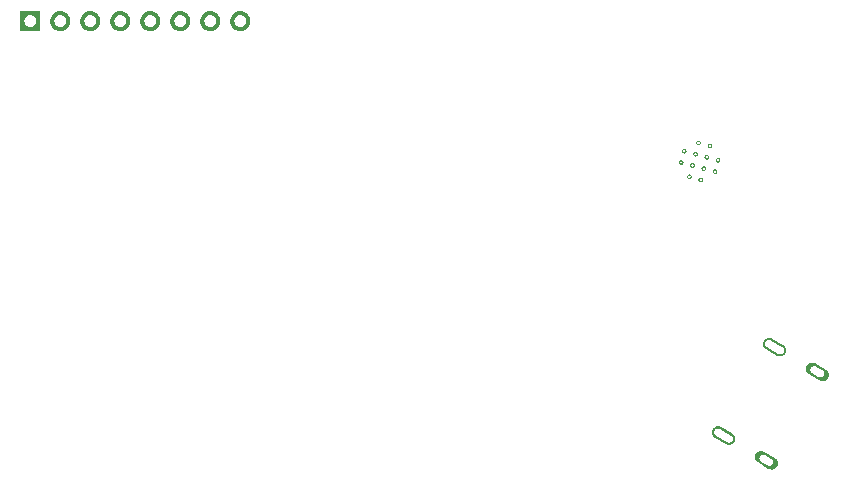
<source format=gbr>
%TF.GenerationSoftware,Flux,Pcbnew,7.0.11-7.0.11~ubuntu20.04.1*%
%TF.CreationDate,2024-08-16T14:00:36+00:00*%
%TF.ProjectId,input,696e7075-742e-46b6-9963-61645f706362,rev?*%
%TF.SameCoordinates,Original*%
%TF.FileFunction,Soldermask,Bot*%
%TF.FilePolarity,Negative*%
%FSLAX46Y46*%
G04 Gerber Fmt 4.6, Leading zero omitted, Abs format (unit mm)*
G04 Filename: betterflipperzero*
G04 Build it with Flux! Visit our site at: https://www.flux.ai (PCBNEW 7.0.11-7.0.11~ubuntu20.04.1) date 2024-08-16 14:00:36*
%MOMM*%
%LPD*%
G01*
G04 APERTURE LIST*
G04 APERTURE END LIST*
%TO.C,*%
G36*
X56418386Y-787935D02*
G01*
X56444068Y-790040D01*
X56469616Y-793404D01*
X56494968Y-798017D01*
X56520063Y-803868D01*
X56544841Y-810944D01*
X56569241Y-819227D01*
X56593206Y-828697D01*
X56616678Y-839332D01*
X56639599Y-851105D01*
X57571242Y-1388990D01*
X57592899Y-1402953D01*
X57613844Y-1417963D01*
X57634028Y-1433982D01*
X57653402Y-1450972D01*
X57671919Y-1468892D01*
X57689534Y-1487700D01*
X57706205Y-1507349D01*
X57721891Y-1527792D01*
X57736556Y-1548980D01*
X57750163Y-1570863D01*
X57762681Y-1593387D01*
X57774078Y-1616498D01*
X57784327Y-1640140D01*
X57793404Y-1664257D01*
X57801287Y-1688790D01*
X57807956Y-1713680D01*
X57813396Y-1738867D01*
X57817593Y-1764292D01*
X57820538Y-1789891D01*
X57822224Y-1815604D01*
X57822645Y-1841369D01*
X57821802Y-1867123D01*
X57819696Y-1892806D01*
X57816333Y-1918353D01*
X57811720Y-1943705D01*
X57805869Y-1968801D01*
X57798793Y-1993578D01*
X57790510Y-2017979D01*
X57781040Y-2041944D01*
X57770405Y-2065415D01*
X57758631Y-2088337D01*
X57745747Y-2110653D01*
X57731784Y-2132310D01*
X57716774Y-2153255D01*
X57700755Y-2173439D01*
X57683765Y-2192813D01*
X57665844Y-2211330D01*
X57647037Y-2228945D01*
X57627388Y-2245616D01*
X57606945Y-2261302D01*
X57585756Y-2275967D01*
X57563874Y-2289574D01*
X57541350Y-2302092D01*
X57518239Y-2313489D01*
X57494597Y-2323738D01*
X57470480Y-2332815D01*
X57445947Y-2340697D01*
X57421057Y-2347367D01*
X57395869Y-2352807D01*
X57370445Y-2357004D01*
X57344846Y-2359949D01*
X57319133Y-2361635D01*
X57293368Y-2362056D01*
X57267613Y-2361213D01*
X57241931Y-2359107D01*
X57216383Y-2355744D01*
X57191031Y-2351131D01*
X57165936Y-2345280D01*
X57141158Y-2338204D01*
X57116758Y-2329921D01*
X57092793Y-2320451D01*
X57069321Y-2309816D01*
X57046400Y-2298042D01*
X57024084Y-2285158D01*
X56114757Y-1760158D01*
X56093100Y-1746195D01*
X56072155Y-1731185D01*
X56051971Y-1715166D01*
X56032597Y-1698176D01*
X56014080Y-1680255D01*
X55996465Y-1661448D01*
X55979795Y-1641799D01*
X55964108Y-1621356D01*
X55949443Y-1600167D01*
X55935836Y-1578285D01*
X55923318Y-1555761D01*
X55911921Y-1532650D01*
X55901672Y-1509008D01*
X55892595Y-1484891D01*
X55884713Y-1460358D01*
X55878043Y-1435468D01*
X55872603Y-1410280D01*
X55868406Y-1384856D01*
X55865461Y-1359257D01*
X55863775Y-1333544D01*
X55863354Y-1307779D01*
X55863710Y-1296915D01*
X56041696Y-1296915D01*
X56041957Y-1312865D01*
X56043001Y-1328782D01*
X56044824Y-1344630D01*
X56047422Y-1360368D01*
X56050790Y-1375961D01*
X56054919Y-1391369D01*
X56059798Y-1406556D01*
X56065417Y-1421485D01*
X56071762Y-1436121D01*
X56078817Y-1450428D01*
X56086566Y-1464371D01*
X56094990Y-1477917D01*
X56104068Y-1491034D01*
X56113779Y-1503689D01*
X56124099Y-1515853D01*
X56135003Y-1527496D01*
X56146466Y-1538589D01*
X56158459Y-1549107D01*
X56170954Y-1559024D01*
X56183921Y-1568315D01*
X56197327Y-1576959D01*
X57149955Y-2126959D01*
X57163770Y-2134935D01*
X57177959Y-2142224D01*
X57192489Y-2148807D01*
X57207325Y-2154670D01*
X57222430Y-2159797D01*
X57237768Y-2164177D01*
X57253303Y-2167800D01*
X57268998Y-2170655D01*
X57284813Y-2172737D01*
X57300711Y-2174041D01*
X57316655Y-2174563D01*
X57332604Y-2174302D01*
X57348522Y-2173259D01*
X57364369Y-2171436D01*
X57380108Y-2168837D01*
X57395700Y-2165469D01*
X57411108Y-2161341D01*
X57426296Y-2156461D01*
X57441225Y-2150842D01*
X57455861Y-2144497D01*
X57470167Y-2137442D01*
X57484111Y-2129693D01*
X57497657Y-2121270D01*
X57510774Y-2112191D01*
X57523429Y-2102481D01*
X57535593Y-2092160D01*
X57547235Y-2081256D01*
X57558329Y-2069793D01*
X57568847Y-2057800D01*
X57578763Y-2045305D01*
X57588055Y-2032339D01*
X57596699Y-2018932D01*
X57604675Y-2005118D01*
X57611963Y-1990928D01*
X57618547Y-1976398D01*
X57624409Y-1961563D01*
X57629537Y-1946458D01*
X57633917Y-1931119D01*
X57637539Y-1915584D01*
X57640395Y-1899890D01*
X57642477Y-1884074D01*
X57643781Y-1868176D01*
X57644303Y-1852233D01*
X57644042Y-1836283D01*
X57642998Y-1820365D01*
X57641175Y-1804518D01*
X57638577Y-1788779D01*
X57635209Y-1773187D01*
X57631081Y-1757779D01*
X57626201Y-1742592D01*
X57620582Y-1727662D01*
X57614237Y-1713027D01*
X57607182Y-1698720D01*
X57599433Y-1684777D01*
X57591009Y-1671230D01*
X57581931Y-1658114D01*
X57572220Y-1645458D01*
X57561900Y-1633295D01*
X57550996Y-1621652D01*
X57539533Y-1610558D01*
X57527540Y-1600041D01*
X57515045Y-1590124D01*
X57502079Y-1580832D01*
X57488672Y-1572188D01*
X56522229Y-1014212D01*
X56508040Y-1006924D01*
X56493510Y-1000341D01*
X56478675Y-994478D01*
X56463569Y-989350D01*
X56448231Y-984970D01*
X56432696Y-981348D01*
X56417001Y-978492D01*
X56401186Y-976410D01*
X56385288Y-975107D01*
X56369344Y-974585D01*
X56353395Y-974846D01*
X56337477Y-975889D01*
X56321630Y-977712D01*
X56305891Y-980311D01*
X56290299Y-983678D01*
X56274891Y-987807D01*
X56259703Y-992687D01*
X56244774Y-998306D01*
X56230138Y-1004650D01*
X56215832Y-1011706D01*
X56201888Y-1019454D01*
X56188342Y-1027878D01*
X56175225Y-1036956D01*
X56162570Y-1046667D01*
X56150406Y-1056987D01*
X56138764Y-1067892D01*
X56127670Y-1079354D01*
X56117152Y-1091348D01*
X56107236Y-1103842D01*
X56097944Y-1116809D01*
X56089300Y-1130215D01*
X56081324Y-1144030D01*
X56074036Y-1158219D01*
X56067452Y-1172749D01*
X56061590Y-1187585D01*
X56056462Y-1202690D01*
X56052082Y-1218029D01*
X56048460Y-1233564D01*
X56045604Y-1249258D01*
X56043522Y-1265073D01*
X56042218Y-1280972D01*
X56041696Y-1296915D01*
X55863710Y-1296915D01*
X55864197Y-1282024D01*
X55866303Y-1256342D01*
X55869666Y-1230794D01*
X55874279Y-1205442D01*
X55880130Y-1180347D01*
X55887206Y-1155569D01*
X55895489Y-1131169D01*
X55904959Y-1107204D01*
X55915594Y-1083732D01*
X55927368Y-1060811D01*
X55940252Y-1038495D01*
X55954215Y-1016838D01*
X55969225Y-995892D01*
X55985244Y-975708D01*
X56002234Y-956335D01*
X56020155Y-937818D01*
X56038962Y-920203D01*
X56058611Y-903532D01*
X56079054Y-887845D01*
X56100243Y-873181D01*
X56122125Y-859573D01*
X56144649Y-847056D01*
X56167760Y-835659D01*
X56191402Y-825410D01*
X56215519Y-816333D01*
X56240052Y-808450D01*
X56264942Y-801781D01*
X56290130Y-796341D01*
X56315554Y-792143D01*
X56341153Y-789198D01*
X56366866Y-787513D01*
X56392631Y-787091D01*
X56418386Y-787935D01*
G37*
G36*
X52098404Y-8270405D02*
G01*
X52124086Y-8272510D01*
X52149634Y-8275874D01*
X52174986Y-8280487D01*
X52200081Y-8286338D01*
X52224859Y-8293414D01*
X52249260Y-8301697D01*
X52273225Y-8311167D01*
X52296696Y-8321802D01*
X52319617Y-8333575D01*
X53251260Y-8871460D01*
X53272917Y-8885423D01*
X53293863Y-8900433D01*
X53314047Y-8916452D01*
X53333420Y-8933442D01*
X53351937Y-8951362D01*
X53369552Y-8970170D01*
X53386223Y-8989819D01*
X53401910Y-9010262D01*
X53416574Y-9031451D01*
X53430182Y-9053333D01*
X53442699Y-9075857D01*
X53454096Y-9098968D01*
X53464345Y-9122610D01*
X53473422Y-9146727D01*
X53481305Y-9171260D01*
X53487974Y-9196150D01*
X53493414Y-9221337D01*
X53497612Y-9246762D01*
X53500557Y-9272361D01*
X53502242Y-9298074D01*
X53502664Y-9323839D01*
X53501821Y-9349593D01*
X53499715Y-9375276D01*
X53496351Y-9400823D01*
X53491738Y-9426175D01*
X53485887Y-9451271D01*
X53478811Y-9476048D01*
X53470528Y-9500449D01*
X53461058Y-9524414D01*
X53450423Y-9547886D01*
X53438650Y-9570807D01*
X53425766Y-9593123D01*
X53411802Y-9614780D01*
X53396792Y-9635725D01*
X53380773Y-9655909D01*
X53363783Y-9675283D01*
X53345863Y-9693800D01*
X53327055Y-9711415D01*
X53307406Y-9728086D01*
X53286963Y-9743772D01*
X53265775Y-9758437D01*
X53243892Y-9772044D01*
X53221368Y-9784562D01*
X53198257Y-9795959D01*
X53174615Y-9806208D01*
X53150498Y-9815285D01*
X53125965Y-9823168D01*
X53101075Y-9829837D01*
X53075888Y-9835277D01*
X53050464Y-9839474D01*
X53024864Y-9842419D01*
X52999151Y-9844105D01*
X52973386Y-9844526D01*
X52947632Y-9843683D01*
X52921949Y-9841577D01*
X52896402Y-9838214D01*
X52871050Y-9833601D01*
X52845954Y-9827750D01*
X52821177Y-9820674D01*
X52796776Y-9812391D01*
X52772811Y-9802921D01*
X52749340Y-9792286D01*
X52726418Y-9780512D01*
X52704102Y-9767628D01*
X51794776Y-9242628D01*
X51773119Y-9228665D01*
X51752173Y-9213655D01*
X51731989Y-9197636D01*
X51712615Y-9180646D01*
X51694099Y-9162725D01*
X51676484Y-9143918D01*
X51659813Y-9124269D01*
X51644126Y-9103826D01*
X51629461Y-9082637D01*
X51615854Y-9060755D01*
X51603337Y-9038231D01*
X51591940Y-9015120D01*
X51581690Y-8991478D01*
X51572613Y-8967361D01*
X51564731Y-8942828D01*
X51558062Y-8917938D01*
X51552622Y-8892750D01*
X51548424Y-8867326D01*
X51545479Y-8841727D01*
X51543794Y-8816014D01*
X51543372Y-8790249D01*
X51543728Y-8779385D01*
X51721715Y-8779385D01*
X51721976Y-8795335D01*
X51723019Y-8811252D01*
X51724842Y-8827100D01*
X51727441Y-8842838D01*
X51730808Y-8858431D01*
X51734937Y-8873839D01*
X51739817Y-8889026D01*
X51745436Y-8903955D01*
X51751780Y-8918591D01*
X51758836Y-8932898D01*
X51766584Y-8946841D01*
X51775008Y-8960387D01*
X51784086Y-8973504D01*
X51793797Y-8986159D01*
X51804117Y-8998323D01*
X51815022Y-9009966D01*
X51826484Y-9021059D01*
X51838478Y-9031577D01*
X51850972Y-9041494D01*
X51863939Y-9050785D01*
X51877345Y-9059429D01*
X52829973Y-9609429D01*
X52843788Y-9617405D01*
X52857977Y-9624694D01*
X52872507Y-9631277D01*
X52887343Y-9637140D01*
X52902448Y-9642267D01*
X52917787Y-9646647D01*
X52933322Y-9650270D01*
X52949016Y-9653125D01*
X52964831Y-9655207D01*
X52980730Y-9656511D01*
X52996673Y-9657033D01*
X53012623Y-9656772D01*
X53028540Y-9655729D01*
X53044388Y-9653906D01*
X53060126Y-9651307D01*
X53075719Y-9647940D01*
X53091127Y-9643811D01*
X53106314Y-9638931D01*
X53121243Y-9633312D01*
X53135879Y-9626967D01*
X53150186Y-9619912D01*
X53164129Y-9612163D01*
X53177675Y-9603740D01*
X53190792Y-9594661D01*
X53203447Y-9584951D01*
X53215611Y-9574631D01*
X53227254Y-9563726D01*
X53238347Y-9552263D01*
X53248865Y-9540270D01*
X53258782Y-9527775D01*
X53268073Y-9514809D01*
X53276717Y-9501402D01*
X53284693Y-9487588D01*
X53291982Y-9473398D01*
X53298565Y-9458868D01*
X53304428Y-9444033D01*
X53309555Y-9428928D01*
X53313935Y-9413589D01*
X53317558Y-9398054D01*
X53320413Y-9382360D01*
X53322495Y-9366544D01*
X53323799Y-9350646D01*
X53324321Y-9334703D01*
X53324060Y-9318753D01*
X53323017Y-9302835D01*
X53321194Y-9286988D01*
X53318595Y-9271249D01*
X53315227Y-9255657D01*
X53311099Y-9240249D01*
X53306219Y-9225062D01*
X53300600Y-9210132D01*
X53294255Y-9195497D01*
X53287200Y-9181190D01*
X53279451Y-9167247D01*
X53271028Y-9153700D01*
X53261949Y-9140584D01*
X53252239Y-9127928D01*
X53241918Y-9115765D01*
X53231014Y-9104122D01*
X53219551Y-9093028D01*
X53207558Y-9082511D01*
X53195063Y-9072594D01*
X53182097Y-9063303D01*
X53168690Y-9054658D01*
X52202248Y-8496682D01*
X52188058Y-8489394D01*
X52173528Y-8482811D01*
X52158693Y-8476948D01*
X52143588Y-8471821D01*
X52128249Y-8467440D01*
X52112714Y-8463818D01*
X52097020Y-8460962D01*
X52081204Y-8458880D01*
X52065306Y-8457577D01*
X52049363Y-8457055D01*
X52033413Y-8457316D01*
X52017495Y-8458359D01*
X52001648Y-8460182D01*
X51985909Y-8462781D01*
X51970317Y-8466148D01*
X51954909Y-8470277D01*
X51939722Y-8475157D01*
X51924792Y-8480776D01*
X51910157Y-8487120D01*
X51895850Y-8494176D01*
X51881907Y-8501924D01*
X51868360Y-8510348D01*
X51855244Y-8519426D01*
X51842588Y-8529137D01*
X51830425Y-8539457D01*
X51818782Y-8550362D01*
X51807688Y-8561824D01*
X51797171Y-8573818D01*
X51787254Y-8586312D01*
X51777962Y-8599279D01*
X51769318Y-8612686D01*
X51761342Y-8626500D01*
X51754054Y-8640690D01*
X51747471Y-8655219D01*
X51741608Y-8670055D01*
X51736481Y-8685160D01*
X51732100Y-8700499D01*
X51728478Y-8716034D01*
X51725622Y-8731728D01*
X51723540Y-8747543D01*
X51722237Y-8763442D01*
X51721715Y-8779385D01*
X51543728Y-8779385D01*
X51544215Y-8764494D01*
X51546321Y-8738812D01*
X51549684Y-8713264D01*
X51554297Y-8687912D01*
X51560149Y-8662817D01*
X51567224Y-8638039D01*
X51575507Y-8613639D01*
X51584978Y-8589674D01*
X51595612Y-8566202D01*
X51607386Y-8543281D01*
X51620270Y-8520965D01*
X51634234Y-8499308D01*
X51649243Y-8478362D01*
X51665262Y-8458178D01*
X51682253Y-8438805D01*
X51700173Y-8420288D01*
X51718980Y-8402673D01*
X51738629Y-8386002D01*
X51759073Y-8370315D01*
X51780261Y-8355651D01*
X51802144Y-8342043D01*
X51824667Y-8329526D01*
X51847778Y-8318129D01*
X51871421Y-8307880D01*
X51895537Y-8298803D01*
X51920070Y-8290920D01*
X51944961Y-8284251D01*
X51970148Y-8278811D01*
X51995572Y-8274613D01*
X52021172Y-8271668D01*
X52046885Y-8269983D01*
X52072650Y-8269561D01*
X52098404Y-8270405D01*
G37*
G36*
X55718395Y-10360396D02*
G01*
X55744078Y-10362502D01*
X55769625Y-10365865D01*
X55794977Y-10370478D01*
X55820073Y-10376329D01*
X55844850Y-10383405D01*
X55869251Y-10391688D01*
X55893216Y-10401158D01*
X55916687Y-10411793D01*
X55939609Y-10423567D01*
X56871251Y-10961451D01*
X56892908Y-10975414D01*
X56913854Y-10990424D01*
X56934038Y-11006443D01*
X56953412Y-11023433D01*
X56971928Y-11041353D01*
X56989543Y-11060161D01*
X57006214Y-11079810D01*
X57021901Y-11100253D01*
X57036566Y-11121442D01*
X57050173Y-11143324D01*
X57062690Y-11165848D01*
X57074087Y-11188959D01*
X57084337Y-11212601D01*
X57093414Y-11236718D01*
X57101296Y-11261251D01*
X57107965Y-11286141D01*
X57113405Y-11311329D01*
X57117603Y-11336753D01*
X57120548Y-11362352D01*
X57122233Y-11388065D01*
X57122655Y-11413830D01*
X57121812Y-11439585D01*
X57119706Y-11465267D01*
X57116343Y-11490815D01*
X57111730Y-11516167D01*
X57105878Y-11541262D01*
X57098803Y-11566040D01*
X57090520Y-11590440D01*
X57081049Y-11614405D01*
X57070415Y-11637877D01*
X57058641Y-11660798D01*
X57045757Y-11683114D01*
X57031793Y-11704771D01*
X57016784Y-11725717D01*
X57000765Y-11745901D01*
X56983774Y-11765274D01*
X56965854Y-11783791D01*
X56947047Y-11801406D01*
X56927398Y-11818077D01*
X56906954Y-11833763D01*
X56885766Y-11848428D01*
X56863883Y-11862036D01*
X56841360Y-11874553D01*
X56818249Y-11885950D01*
X56794606Y-11896199D01*
X56770490Y-11905276D01*
X56745957Y-11913159D01*
X56721066Y-11919828D01*
X56695879Y-11925268D01*
X56670455Y-11929466D01*
X56644855Y-11932411D01*
X56619142Y-11934096D01*
X56593377Y-11934517D01*
X56567623Y-11933674D01*
X56541941Y-11931569D01*
X56516393Y-11928205D01*
X56491041Y-11923592D01*
X56465946Y-11917741D01*
X56441168Y-11910665D01*
X56416767Y-11902382D01*
X56392802Y-11892912D01*
X56369331Y-11882277D01*
X56346410Y-11870504D01*
X56324094Y-11857619D01*
X55414767Y-11332619D01*
X55393110Y-11318656D01*
X55372164Y-11303646D01*
X55351980Y-11287627D01*
X55332607Y-11270637D01*
X55314090Y-11252717D01*
X55296475Y-11233909D01*
X55279804Y-11214260D01*
X55264117Y-11193817D01*
X55249453Y-11172628D01*
X55235845Y-11150746D01*
X55223328Y-11128222D01*
X55211931Y-11105111D01*
X55201682Y-11081469D01*
X55192605Y-11057352D01*
X55184722Y-11032819D01*
X55178053Y-11007929D01*
X55175126Y-10994376D01*
X55558212Y-10994376D01*
X55558473Y-11010326D01*
X55559517Y-11026243D01*
X55561340Y-11042091D01*
X55563938Y-11057829D01*
X55567306Y-11073422D01*
X55571435Y-11088830D01*
X55576314Y-11104017D01*
X55581933Y-11118947D01*
X55588278Y-11133582D01*
X55595333Y-11147889D01*
X55603082Y-11161832D01*
X55611506Y-11175379D01*
X55620584Y-11188495D01*
X55630295Y-11201151D01*
X55640615Y-11213314D01*
X55651519Y-11224957D01*
X55662982Y-11236051D01*
X55674975Y-11246568D01*
X55687470Y-11256485D01*
X55700436Y-11265776D01*
X55713843Y-11274421D01*
X56233458Y-11574421D01*
X56247273Y-11582396D01*
X56261462Y-11589685D01*
X56275992Y-11596268D01*
X56290828Y-11602131D01*
X56305933Y-11607258D01*
X56321272Y-11611639D01*
X56336807Y-11615261D01*
X56352501Y-11618117D01*
X56368316Y-11620199D01*
X56384215Y-11621502D01*
X56400158Y-11622024D01*
X56416108Y-11621763D01*
X56432025Y-11620720D01*
X56447872Y-11618897D01*
X56463611Y-11616298D01*
X56479204Y-11612931D01*
X56494612Y-11608802D01*
X56509799Y-11603922D01*
X56524728Y-11598303D01*
X56539364Y-11591959D01*
X56553671Y-11584903D01*
X56567614Y-11577154D01*
X56581160Y-11568731D01*
X56594277Y-11559653D01*
X56606932Y-11549942D01*
X56619096Y-11539622D01*
X56630739Y-11528717D01*
X56641832Y-11517254D01*
X56652350Y-11505261D01*
X56662267Y-11492766D01*
X56671558Y-11479800D01*
X56680202Y-11466393D01*
X56688178Y-11452579D01*
X56695467Y-11438389D01*
X56702050Y-11423859D01*
X56707913Y-11409024D01*
X56713040Y-11393919D01*
X56717420Y-11378580D01*
X56721043Y-11363045D01*
X56723898Y-11347351D01*
X56725980Y-11331536D01*
X56727284Y-11315637D01*
X56727806Y-11299694D01*
X56727545Y-11283744D01*
X56726502Y-11267827D01*
X56724679Y-11251979D01*
X56722080Y-11236241D01*
X56718712Y-11220648D01*
X56714584Y-11205240D01*
X56709704Y-11190053D01*
X56704085Y-11175124D01*
X56697740Y-11160488D01*
X56690685Y-11146181D01*
X56682936Y-11132238D01*
X56674513Y-11118692D01*
X56665434Y-11105575D01*
X56655724Y-11092919D01*
X56645403Y-11080756D01*
X56634499Y-11069113D01*
X56623036Y-11058020D01*
X56611043Y-11047502D01*
X56598548Y-11037585D01*
X56585582Y-11028294D01*
X56572175Y-11019649D01*
X56038745Y-10711674D01*
X56024556Y-10704385D01*
X56010026Y-10697802D01*
X55995191Y-10691939D01*
X55980085Y-10686812D01*
X55964747Y-10682431D01*
X55949212Y-10678809D01*
X55933517Y-10675954D01*
X55917702Y-10673871D01*
X55901804Y-10672568D01*
X55885860Y-10672046D01*
X55869911Y-10672307D01*
X55853993Y-10673350D01*
X55838146Y-10675173D01*
X55822407Y-10677772D01*
X55806815Y-10681139D01*
X55791407Y-10685268D01*
X55776219Y-10690148D01*
X55761290Y-10695767D01*
X55746654Y-10702112D01*
X55732348Y-10709167D01*
X55718404Y-10716916D01*
X55704858Y-10725339D01*
X55691741Y-10734417D01*
X55679086Y-10744128D01*
X55666922Y-10754448D01*
X55655280Y-10765353D01*
X55644186Y-10776816D01*
X55633668Y-10788809D01*
X55623752Y-10801304D01*
X55614460Y-10814270D01*
X55605816Y-10827677D01*
X55597840Y-10841491D01*
X55590552Y-10855681D01*
X55583968Y-10870211D01*
X55578106Y-10885046D01*
X55572978Y-10900151D01*
X55568598Y-10915490D01*
X55564976Y-10931025D01*
X55562120Y-10946719D01*
X55560038Y-10962534D01*
X55558734Y-10978433D01*
X55558212Y-10994376D01*
X55175126Y-10994376D01*
X55172613Y-10982741D01*
X55168415Y-10957317D01*
X55165470Y-10931718D01*
X55163785Y-10906005D01*
X55163363Y-10880240D01*
X55164207Y-10854485D01*
X55166312Y-10828803D01*
X55169676Y-10803256D01*
X55174289Y-10777903D01*
X55180140Y-10752808D01*
X55187216Y-10728031D01*
X55195499Y-10703630D01*
X55204969Y-10679665D01*
X55215604Y-10656193D01*
X55227377Y-10633272D01*
X55240261Y-10610956D01*
X55254225Y-10589299D01*
X55269235Y-10568354D01*
X55285254Y-10548170D01*
X55302244Y-10528796D01*
X55320164Y-10510279D01*
X55338972Y-10492664D01*
X55358621Y-10475993D01*
X55379064Y-10460307D01*
X55400252Y-10445642D01*
X55422135Y-10432034D01*
X55444659Y-10419517D01*
X55467770Y-10408120D01*
X55491412Y-10397871D01*
X55515529Y-10388794D01*
X55540062Y-10380911D01*
X55564952Y-10374242D01*
X55590139Y-10368802D01*
X55615564Y-10364605D01*
X55641163Y-10361660D01*
X55666876Y-10359974D01*
X55692641Y-10359553D01*
X55718395Y-10360396D01*
G37*
G36*
X60038377Y-2877926D02*
G01*
X60064059Y-2880031D01*
X60089607Y-2883395D01*
X60114959Y-2888008D01*
X60140054Y-2893859D01*
X60164832Y-2900935D01*
X60189233Y-2909218D01*
X60213198Y-2918688D01*
X60236669Y-2929323D01*
X60259590Y-2941096D01*
X61191233Y-3478981D01*
X61212890Y-3492944D01*
X61233836Y-3507954D01*
X61254020Y-3523973D01*
X61273393Y-3540963D01*
X61291910Y-3558883D01*
X61309525Y-3577691D01*
X61326196Y-3597340D01*
X61341883Y-3617783D01*
X61356547Y-3638972D01*
X61370155Y-3660854D01*
X61382672Y-3683378D01*
X61394069Y-3706489D01*
X61404318Y-3730131D01*
X61413395Y-3754248D01*
X61421278Y-3778781D01*
X61427947Y-3803671D01*
X61433387Y-3828859D01*
X61437585Y-3854283D01*
X61440530Y-3879882D01*
X61442215Y-3905595D01*
X61442637Y-3931360D01*
X61441793Y-3957115D01*
X61439688Y-3982797D01*
X61436324Y-4008344D01*
X61431711Y-4033697D01*
X61425860Y-4058792D01*
X61418784Y-4083569D01*
X61410501Y-4107970D01*
X61401031Y-4131935D01*
X61390396Y-4155407D01*
X61378623Y-4178328D01*
X61365739Y-4200644D01*
X61351775Y-4222301D01*
X61336765Y-4243246D01*
X61320746Y-4263430D01*
X61303756Y-4282804D01*
X61285836Y-4301321D01*
X61267028Y-4318936D01*
X61247379Y-4335607D01*
X61226936Y-4351293D01*
X61205748Y-4365958D01*
X61183865Y-4379566D01*
X61161341Y-4392083D01*
X61138230Y-4403480D01*
X61114588Y-4413729D01*
X61090471Y-4422806D01*
X61065938Y-4430689D01*
X61041048Y-4437358D01*
X61015861Y-4442798D01*
X60990436Y-4446995D01*
X60964837Y-4449940D01*
X60939124Y-4451626D01*
X60913359Y-4452047D01*
X60887605Y-4451204D01*
X60861922Y-4449098D01*
X60836375Y-4445735D01*
X60811023Y-4441122D01*
X60785927Y-4435271D01*
X60761150Y-4428195D01*
X60736749Y-4419912D01*
X60712784Y-4410442D01*
X60689313Y-4399807D01*
X60666391Y-4388033D01*
X60644075Y-4375149D01*
X59734749Y-3850149D01*
X59713092Y-3836186D01*
X59692146Y-3821176D01*
X59671962Y-3805157D01*
X59652588Y-3788167D01*
X59634072Y-3770247D01*
X59616457Y-3751439D01*
X59599786Y-3731790D01*
X59584099Y-3711347D01*
X59569434Y-3690158D01*
X59555827Y-3668276D01*
X59543310Y-3645752D01*
X59531913Y-3622641D01*
X59521663Y-3598999D01*
X59512586Y-3574882D01*
X59504704Y-3550349D01*
X59498035Y-3525459D01*
X59495108Y-3511906D01*
X59878194Y-3511906D01*
X59878455Y-3527856D01*
X59879498Y-3543773D01*
X59881321Y-3559621D01*
X59883920Y-3575359D01*
X59887288Y-3590952D01*
X59891416Y-3606360D01*
X59896296Y-3621547D01*
X59901915Y-3636476D01*
X59908260Y-3651112D01*
X59915315Y-3665419D01*
X59923064Y-3679362D01*
X59931487Y-3692908D01*
X59940566Y-3706025D01*
X59950276Y-3718681D01*
X59960597Y-3730844D01*
X59971501Y-3742487D01*
X59982964Y-3753580D01*
X59994957Y-3764098D01*
X60007452Y-3774015D01*
X60020418Y-3783306D01*
X60033825Y-3791951D01*
X60553440Y-4091951D01*
X60567255Y-4099926D01*
X60581444Y-4107215D01*
X60595974Y-4113798D01*
X60610809Y-4119661D01*
X60625915Y-4124788D01*
X60641253Y-4129169D01*
X60656788Y-4132791D01*
X60672483Y-4135646D01*
X60688298Y-4137729D01*
X60704196Y-4139032D01*
X60720140Y-4139554D01*
X60736089Y-4139293D01*
X60752007Y-4138250D01*
X60767854Y-4136427D01*
X60783593Y-4133828D01*
X60799185Y-4130461D01*
X60814593Y-4126332D01*
X60829781Y-4121452D01*
X60844710Y-4115833D01*
X60859346Y-4109488D01*
X60873652Y-4102433D01*
X60887596Y-4094684D01*
X60901142Y-4086261D01*
X60914259Y-4077183D01*
X60926914Y-4067472D01*
X60939078Y-4057152D01*
X60950720Y-4046247D01*
X60961814Y-4034784D01*
X60972332Y-4022791D01*
X60982248Y-4010296D01*
X60991540Y-3997330D01*
X61000184Y-3983923D01*
X61008160Y-3970109D01*
X61015448Y-3955919D01*
X61022032Y-3941389D01*
X61027894Y-3926554D01*
X61033022Y-3911449D01*
X61037402Y-3896110D01*
X61041024Y-3880575D01*
X61043880Y-3864881D01*
X61045962Y-3849066D01*
X61047266Y-3833167D01*
X61047788Y-3817224D01*
X61047527Y-3801274D01*
X61046483Y-3785357D01*
X61044660Y-3769509D01*
X61042062Y-3753771D01*
X61038694Y-3738178D01*
X61034565Y-3722770D01*
X61029686Y-3707583D01*
X61024067Y-3692653D01*
X61017722Y-3678018D01*
X61010667Y-3663711D01*
X61002918Y-3649768D01*
X60994494Y-3636221D01*
X60985416Y-3623105D01*
X60975705Y-3610449D01*
X60965385Y-3598286D01*
X60954481Y-3586643D01*
X60943018Y-3575549D01*
X60931025Y-3565032D01*
X60918530Y-3555115D01*
X60905564Y-3545824D01*
X60892157Y-3537179D01*
X60358727Y-3229204D01*
X60344538Y-3221915D01*
X60330008Y-3215332D01*
X60315172Y-3209469D01*
X60300067Y-3204342D01*
X60284728Y-3199961D01*
X60269193Y-3196339D01*
X60253499Y-3193483D01*
X60237684Y-3191401D01*
X60221785Y-3190098D01*
X60205842Y-3189576D01*
X60189892Y-3189837D01*
X60173975Y-3190880D01*
X60158128Y-3192703D01*
X60142389Y-3195302D01*
X60126796Y-3198669D01*
X60111388Y-3202798D01*
X60096201Y-3207678D01*
X60081272Y-3213297D01*
X60066636Y-3219641D01*
X60052329Y-3226697D01*
X60038386Y-3234446D01*
X60024840Y-3242869D01*
X60011723Y-3251947D01*
X59999068Y-3261658D01*
X59986904Y-3271978D01*
X59975261Y-3282883D01*
X59964168Y-3294346D01*
X59953650Y-3306339D01*
X59943733Y-3318834D01*
X59934442Y-3331800D01*
X59925798Y-3345207D01*
X59917822Y-3359021D01*
X59910533Y-3373211D01*
X59903950Y-3387741D01*
X59898087Y-3402576D01*
X59892960Y-3417681D01*
X59888580Y-3433020D01*
X59884957Y-3448555D01*
X59882102Y-3464249D01*
X59880020Y-3480064D01*
X59878716Y-3495963D01*
X59878194Y-3511906D01*
X59495108Y-3511906D01*
X59492595Y-3500271D01*
X59488397Y-3474847D01*
X59485452Y-3449248D01*
X59483767Y-3423535D01*
X59483345Y-3397770D01*
X59484188Y-3372015D01*
X59486294Y-3346333D01*
X59489657Y-3320785D01*
X59494270Y-3295433D01*
X59500122Y-3270338D01*
X59507197Y-3245560D01*
X59515480Y-3221160D01*
X59524951Y-3197195D01*
X59535585Y-3173723D01*
X59547359Y-3150802D01*
X59560243Y-3128486D01*
X59574207Y-3106829D01*
X59589216Y-3085883D01*
X59605235Y-3065699D01*
X59622226Y-3046326D01*
X59640146Y-3027809D01*
X59658953Y-3010194D01*
X59678602Y-2993523D01*
X59699046Y-2977837D01*
X59720234Y-2963172D01*
X59742117Y-2949564D01*
X59764640Y-2937047D01*
X59787751Y-2925650D01*
X59811394Y-2915401D01*
X59835510Y-2906324D01*
X59860043Y-2898441D01*
X59884934Y-2891772D01*
X59910121Y-2886332D01*
X59935545Y-2882134D01*
X59961145Y-2879189D01*
X59986858Y-2877504D01*
X60012623Y-2877083D01*
X60038377Y-2877926D01*
G37*
G36*
X9125230Y26885897D02*
G01*
X9166749Y26881808D01*
X9208018Y26875686D01*
X9248936Y26867547D01*
X9289406Y26857410D01*
X9329329Y26845299D01*
X9368611Y26831244D01*
X9407155Y26815278D01*
X9444870Y26797441D01*
X9481663Y26777774D01*
X9517448Y26756326D01*
X9552137Y26733147D01*
X9585647Y26708294D01*
X9617897Y26681828D01*
X9648809Y26653810D01*
X9678310Y26624309D01*
X9706328Y26593397D01*
X9732794Y26561147D01*
X9757647Y26527637D01*
X9780826Y26492948D01*
X9802274Y26457163D01*
X9821941Y26420370D01*
X9839778Y26382655D01*
X9855744Y26344111D01*
X9869799Y26304829D01*
X9881910Y26264906D01*
X9892047Y26224436D01*
X9900186Y26183518D01*
X9906308Y26142249D01*
X9910397Y26100730D01*
X9912444Y26059060D01*
X9912444Y26017340D01*
X9910397Y25975670D01*
X9906308Y25934151D01*
X9900186Y25892882D01*
X9892047Y25851964D01*
X9881910Y25811494D01*
X9869799Y25771571D01*
X9855744Y25732289D01*
X9839778Y25693745D01*
X9821941Y25656030D01*
X9802274Y25619237D01*
X9780826Y25583452D01*
X9757647Y25548763D01*
X9732794Y25515253D01*
X9706328Y25483003D01*
X9678310Y25452091D01*
X9648809Y25422590D01*
X9617897Y25394572D01*
X9585647Y25368106D01*
X9552137Y25343253D01*
X9517448Y25320074D01*
X9481663Y25298626D01*
X9444870Y25278959D01*
X9407155Y25261122D01*
X9368611Y25245156D01*
X9329329Y25231101D01*
X9289406Y25218990D01*
X9248936Y25208853D01*
X9208018Y25200714D01*
X9166749Y25194592D01*
X9125230Y25190503D01*
X9083560Y25188456D01*
X9041840Y25188456D01*
X9000170Y25190503D01*
X8958651Y25194592D01*
X8917382Y25200714D01*
X8876464Y25208853D01*
X8835994Y25218990D01*
X8796071Y25231101D01*
X8756789Y25245156D01*
X8718245Y25261122D01*
X8680530Y25278959D01*
X8643737Y25298626D01*
X8607952Y25320074D01*
X8573263Y25343253D01*
X8539753Y25368106D01*
X8507503Y25394572D01*
X8476591Y25422590D01*
X8447090Y25452091D01*
X8419072Y25483003D01*
X8392606Y25515253D01*
X8367753Y25548763D01*
X8344574Y25583452D01*
X8323126Y25619237D01*
X8303459Y25656030D01*
X8285622Y25693745D01*
X8269656Y25732289D01*
X8255601Y25771571D01*
X8243490Y25811494D01*
X8233353Y25851964D01*
X8225214Y25892882D01*
X8219092Y25934151D01*
X8215003Y25975670D01*
X8212956Y26017340D01*
X8212956Y26025929D01*
X8562851Y26025929D01*
X8564055Y26001418D01*
X8566460Y25976995D01*
X8570061Y25952719D01*
X8574849Y25928649D01*
X8580812Y25904844D01*
X8587936Y25881359D01*
X8596204Y25858252D01*
X8605595Y25835579D01*
X8616088Y25813394D01*
X8627657Y25791751D01*
X8640273Y25770701D01*
X8653908Y25750296D01*
X8668527Y25730584D01*
X8684096Y25711614D01*
X8700576Y25693430D01*
X8717930Y25676076D01*
X8736114Y25659596D01*
X8755084Y25644027D01*
X8774796Y25629408D01*
X8795201Y25615773D01*
X8816251Y25603157D01*
X8837894Y25591588D01*
X8860079Y25581095D01*
X8882752Y25571704D01*
X8905859Y25563436D01*
X8929344Y25556312D01*
X8953149Y25550349D01*
X8977219Y25545561D01*
X9001495Y25541960D01*
X9025918Y25539555D01*
X9050429Y25538351D01*
X9074971Y25538351D01*
X9099482Y25539555D01*
X9123905Y25541960D01*
X9148181Y25545561D01*
X9172251Y25550349D01*
X9196056Y25556312D01*
X9219541Y25563436D01*
X9242648Y25571704D01*
X9265321Y25581095D01*
X9287506Y25591588D01*
X9309149Y25603157D01*
X9330199Y25615773D01*
X9350604Y25629408D01*
X9370316Y25644027D01*
X9389286Y25659596D01*
X9407470Y25676076D01*
X9424824Y25693430D01*
X9441304Y25711614D01*
X9456873Y25730584D01*
X9471492Y25750296D01*
X9485127Y25770701D01*
X9497743Y25791751D01*
X9509312Y25813394D01*
X9519805Y25835579D01*
X9529196Y25858252D01*
X9537464Y25881359D01*
X9544588Y25904844D01*
X9550551Y25928649D01*
X9555339Y25952719D01*
X9558940Y25976995D01*
X9561345Y26001418D01*
X9562549Y26025929D01*
X9562549Y26050471D01*
X9561345Y26074982D01*
X9558940Y26099405D01*
X9555339Y26123681D01*
X9550551Y26147751D01*
X9544588Y26171556D01*
X9537464Y26195041D01*
X9529196Y26218148D01*
X9519805Y26240821D01*
X9509312Y26263006D01*
X9497743Y26284649D01*
X9485127Y26305699D01*
X9471492Y26326104D01*
X9456873Y26345816D01*
X9441304Y26364786D01*
X9424824Y26382970D01*
X9407470Y26400324D01*
X9389286Y26416804D01*
X9370316Y26432373D01*
X9350604Y26446992D01*
X9330199Y26460627D01*
X9309149Y26473243D01*
X9287506Y26484812D01*
X9265321Y26495305D01*
X9242648Y26504696D01*
X9219541Y26512964D01*
X9196056Y26520088D01*
X9172251Y26526051D01*
X9148181Y26530839D01*
X9123905Y26534440D01*
X9099482Y26536845D01*
X9074971Y26538049D01*
X9050429Y26538049D01*
X9025918Y26536845D01*
X9001495Y26534440D01*
X8977219Y26530839D01*
X8953149Y26526051D01*
X8929344Y26520088D01*
X8905859Y26512964D01*
X8882752Y26504696D01*
X8860079Y26495305D01*
X8837894Y26484812D01*
X8816251Y26473243D01*
X8795201Y26460627D01*
X8774796Y26446992D01*
X8755084Y26432373D01*
X8736114Y26416804D01*
X8717930Y26400324D01*
X8700576Y26382970D01*
X8684096Y26364786D01*
X8668527Y26345816D01*
X8653908Y26326104D01*
X8640273Y26305699D01*
X8627657Y26284649D01*
X8616088Y26263006D01*
X8605595Y26240821D01*
X8596204Y26218148D01*
X8587936Y26195041D01*
X8580812Y26171556D01*
X8574849Y26147751D01*
X8570061Y26123681D01*
X8566460Y26099405D01*
X8564055Y26074982D01*
X8562851Y26050471D01*
X8562851Y26025929D01*
X8212956Y26025929D01*
X8212956Y26059060D01*
X8215003Y26100730D01*
X8219092Y26142249D01*
X8225214Y26183518D01*
X8233353Y26224436D01*
X8243490Y26264906D01*
X8255601Y26304829D01*
X8269656Y26344111D01*
X8285622Y26382655D01*
X8303459Y26420370D01*
X8323126Y26457163D01*
X8344574Y26492948D01*
X8367753Y26527637D01*
X8392606Y26561147D01*
X8419072Y26593397D01*
X8447090Y26624309D01*
X8476591Y26653810D01*
X8507503Y26681828D01*
X8539753Y26708294D01*
X8573263Y26733147D01*
X8607952Y26756326D01*
X8643737Y26777774D01*
X8680530Y26797441D01*
X8718245Y26815278D01*
X8756789Y26831244D01*
X8796071Y26845299D01*
X8835994Y26857410D01*
X8876464Y26867547D01*
X8917382Y26875686D01*
X8958651Y26881808D01*
X9000170Y26885897D01*
X9041840Y26887944D01*
X9083560Y26887944D01*
X9125230Y26885897D01*
G37*
G36*
X-1034770Y26885897D02*
G01*
X-993251Y26881808D01*
X-951982Y26875686D01*
X-911064Y26867547D01*
X-870594Y26857410D01*
X-830671Y26845299D01*
X-791389Y26831244D01*
X-752845Y26815278D01*
X-715130Y26797441D01*
X-678337Y26777774D01*
X-642552Y26756326D01*
X-607863Y26733147D01*
X-574353Y26708294D01*
X-542103Y26681828D01*
X-511191Y26653810D01*
X-481690Y26624309D01*
X-453672Y26593397D01*
X-427206Y26561147D01*
X-402353Y26527637D01*
X-379174Y26492948D01*
X-357726Y26457163D01*
X-338059Y26420370D01*
X-320222Y26382655D01*
X-304256Y26344111D01*
X-290201Y26304829D01*
X-278090Y26264906D01*
X-267953Y26224436D01*
X-259814Y26183518D01*
X-253692Y26142249D01*
X-249603Y26100730D01*
X-247556Y26059060D01*
X-247556Y26017340D01*
X-249603Y25975670D01*
X-253692Y25934151D01*
X-259814Y25892882D01*
X-267953Y25851964D01*
X-278090Y25811494D01*
X-290201Y25771571D01*
X-304256Y25732289D01*
X-320222Y25693745D01*
X-338059Y25656030D01*
X-357726Y25619237D01*
X-379174Y25583452D01*
X-402353Y25548763D01*
X-427206Y25515253D01*
X-453672Y25483003D01*
X-481690Y25452091D01*
X-511191Y25422590D01*
X-542103Y25394572D01*
X-574353Y25368106D01*
X-607863Y25343253D01*
X-642552Y25320074D01*
X-678337Y25298626D01*
X-715130Y25278959D01*
X-752845Y25261122D01*
X-791389Y25245156D01*
X-830671Y25231101D01*
X-870594Y25218990D01*
X-911064Y25208853D01*
X-951982Y25200714D01*
X-993251Y25194592D01*
X-1034770Y25190503D01*
X-1076440Y25188456D01*
X-1118160Y25188456D01*
X-1159830Y25190503D01*
X-1201349Y25194592D01*
X-1242618Y25200714D01*
X-1283536Y25208853D01*
X-1324006Y25218990D01*
X-1363929Y25231101D01*
X-1403211Y25245156D01*
X-1441755Y25261122D01*
X-1479470Y25278959D01*
X-1516263Y25298626D01*
X-1552048Y25320074D01*
X-1586737Y25343253D01*
X-1620247Y25368106D01*
X-1652497Y25394572D01*
X-1683409Y25422590D01*
X-1712910Y25452091D01*
X-1740928Y25483003D01*
X-1767394Y25515253D01*
X-1792247Y25548763D01*
X-1815426Y25583452D01*
X-1836874Y25619237D01*
X-1856541Y25656030D01*
X-1874378Y25693745D01*
X-1890344Y25732289D01*
X-1904399Y25771571D01*
X-1916510Y25811494D01*
X-1926647Y25851964D01*
X-1934786Y25892882D01*
X-1940908Y25934151D01*
X-1944997Y25975670D01*
X-1947044Y26017340D01*
X-1947044Y26025929D01*
X-1597149Y26025929D01*
X-1595945Y26001418D01*
X-1593540Y25976995D01*
X-1589939Y25952719D01*
X-1585151Y25928649D01*
X-1579188Y25904844D01*
X-1572064Y25881359D01*
X-1563796Y25858252D01*
X-1554405Y25835579D01*
X-1543912Y25813394D01*
X-1532343Y25791751D01*
X-1519727Y25770701D01*
X-1506092Y25750296D01*
X-1491473Y25730584D01*
X-1475904Y25711614D01*
X-1459424Y25693430D01*
X-1442070Y25676076D01*
X-1423886Y25659596D01*
X-1404916Y25644027D01*
X-1385204Y25629408D01*
X-1364799Y25615773D01*
X-1343749Y25603157D01*
X-1322106Y25591588D01*
X-1299921Y25581095D01*
X-1277248Y25571704D01*
X-1254141Y25563436D01*
X-1230656Y25556312D01*
X-1206851Y25550349D01*
X-1182781Y25545561D01*
X-1158505Y25541960D01*
X-1134082Y25539555D01*
X-1109571Y25538351D01*
X-1085029Y25538351D01*
X-1060518Y25539555D01*
X-1036095Y25541960D01*
X-1011819Y25545561D01*
X-987749Y25550349D01*
X-963944Y25556312D01*
X-940459Y25563436D01*
X-917352Y25571704D01*
X-894679Y25581095D01*
X-872494Y25591588D01*
X-850851Y25603157D01*
X-829801Y25615773D01*
X-809396Y25629408D01*
X-789684Y25644027D01*
X-770714Y25659596D01*
X-752530Y25676076D01*
X-735176Y25693430D01*
X-718696Y25711614D01*
X-703127Y25730584D01*
X-688508Y25750296D01*
X-674873Y25770701D01*
X-662257Y25791751D01*
X-650688Y25813394D01*
X-640195Y25835579D01*
X-630804Y25858252D01*
X-622536Y25881359D01*
X-615412Y25904844D01*
X-609449Y25928649D01*
X-604661Y25952719D01*
X-601060Y25976995D01*
X-598655Y26001418D01*
X-597451Y26025929D01*
X-597451Y26050471D01*
X-598655Y26074982D01*
X-601060Y26099405D01*
X-604661Y26123681D01*
X-609449Y26147751D01*
X-615412Y26171556D01*
X-622536Y26195041D01*
X-630804Y26218148D01*
X-640195Y26240821D01*
X-650688Y26263006D01*
X-662257Y26284649D01*
X-674873Y26305699D01*
X-688508Y26326104D01*
X-703127Y26345816D01*
X-718696Y26364786D01*
X-735176Y26382970D01*
X-752530Y26400324D01*
X-770714Y26416804D01*
X-789684Y26432373D01*
X-809396Y26446992D01*
X-829801Y26460627D01*
X-850851Y26473243D01*
X-872494Y26484812D01*
X-894679Y26495305D01*
X-917352Y26504696D01*
X-940459Y26512964D01*
X-963944Y26520088D01*
X-987749Y26526051D01*
X-1011819Y26530839D01*
X-1036095Y26534440D01*
X-1060518Y26536845D01*
X-1085029Y26538049D01*
X-1109571Y26538049D01*
X-1134082Y26536845D01*
X-1158505Y26534440D01*
X-1182781Y26530839D01*
X-1206851Y26526051D01*
X-1230656Y26520088D01*
X-1254141Y26512964D01*
X-1277248Y26504696D01*
X-1299921Y26495305D01*
X-1322106Y26484812D01*
X-1343749Y26473243D01*
X-1364799Y26460627D01*
X-1385204Y26446992D01*
X-1404916Y26432373D01*
X-1423886Y26416804D01*
X-1442070Y26400324D01*
X-1459424Y26382970D01*
X-1475904Y26364786D01*
X-1491473Y26345816D01*
X-1506092Y26326104D01*
X-1519727Y26305699D01*
X-1532343Y26284649D01*
X-1543912Y26263006D01*
X-1554405Y26240821D01*
X-1563796Y26218148D01*
X-1572064Y26195041D01*
X-1579188Y26171556D01*
X-1585151Y26147751D01*
X-1589939Y26123681D01*
X-1593540Y26099405D01*
X-1595945Y26074982D01*
X-1597149Y26050471D01*
X-1597149Y26025929D01*
X-1947044Y26025929D01*
X-1947044Y26059060D01*
X-1944997Y26100730D01*
X-1940908Y26142249D01*
X-1934786Y26183518D01*
X-1926647Y26224436D01*
X-1916510Y26264906D01*
X-1904399Y26304829D01*
X-1890344Y26344111D01*
X-1874378Y26382655D01*
X-1856541Y26420370D01*
X-1836874Y26457163D01*
X-1815426Y26492948D01*
X-1792247Y26527637D01*
X-1767394Y26561147D01*
X-1740928Y26593397D01*
X-1712910Y26624309D01*
X-1683409Y26653810D01*
X-1652497Y26681828D01*
X-1620247Y26708294D01*
X-1586737Y26733147D01*
X-1552048Y26756326D01*
X-1516263Y26777774D01*
X-1479470Y26797441D01*
X-1441755Y26815278D01*
X-1403211Y26831244D01*
X-1363929Y26845299D01*
X-1324006Y26857410D01*
X-1283536Y26867547D01*
X-1242618Y26875686D01*
X-1201349Y26881808D01*
X-1159830Y26885897D01*
X-1118160Y26887944D01*
X-1076440Y26887944D01*
X-1034770Y26885897D01*
G37*
G36*
X-5327300Y26888200D02*
G01*
X-5327300Y25188200D01*
X-7027300Y25188200D01*
X-7027300Y26025929D01*
X-6677149Y26025929D01*
X-6675945Y26001418D01*
X-6673540Y25976995D01*
X-6669939Y25952719D01*
X-6665151Y25928649D01*
X-6659188Y25904844D01*
X-6652064Y25881359D01*
X-6643796Y25858252D01*
X-6634405Y25835579D01*
X-6623912Y25813394D01*
X-6612343Y25791751D01*
X-6599727Y25770701D01*
X-6586092Y25750296D01*
X-6571473Y25730584D01*
X-6555904Y25711614D01*
X-6539424Y25693430D01*
X-6522070Y25676076D01*
X-6503886Y25659596D01*
X-6484916Y25644027D01*
X-6465204Y25629408D01*
X-6444799Y25615773D01*
X-6423749Y25603157D01*
X-6402106Y25591588D01*
X-6379921Y25581095D01*
X-6357248Y25571704D01*
X-6334141Y25563436D01*
X-6310656Y25556312D01*
X-6286851Y25550349D01*
X-6262781Y25545561D01*
X-6238505Y25541960D01*
X-6214082Y25539555D01*
X-6189571Y25538351D01*
X-6165029Y25538351D01*
X-6140518Y25539555D01*
X-6116095Y25541960D01*
X-6091819Y25545561D01*
X-6067749Y25550349D01*
X-6043944Y25556312D01*
X-6020459Y25563436D01*
X-5997352Y25571704D01*
X-5974679Y25581095D01*
X-5952494Y25591588D01*
X-5930851Y25603157D01*
X-5909801Y25615773D01*
X-5889396Y25629408D01*
X-5869684Y25644027D01*
X-5850714Y25659596D01*
X-5832530Y25676076D01*
X-5815176Y25693430D01*
X-5798696Y25711614D01*
X-5783127Y25730584D01*
X-5768508Y25750296D01*
X-5754873Y25770701D01*
X-5742257Y25791751D01*
X-5730688Y25813394D01*
X-5720195Y25835579D01*
X-5710804Y25858252D01*
X-5702536Y25881359D01*
X-5695412Y25904844D01*
X-5689449Y25928649D01*
X-5684661Y25952719D01*
X-5681060Y25976995D01*
X-5678655Y26001418D01*
X-5677451Y26025929D01*
X-5677451Y26050471D01*
X-5678655Y26074982D01*
X-5681060Y26099405D01*
X-5684661Y26123681D01*
X-5689449Y26147751D01*
X-5695412Y26171556D01*
X-5702536Y26195041D01*
X-5710804Y26218148D01*
X-5720195Y26240821D01*
X-5730688Y26263006D01*
X-5742257Y26284649D01*
X-5754873Y26305699D01*
X-5768508Y26326104D01*
X-5783127Y26345816D01*
X-5798696Y26364786D01*
X-5815176Y26382970D01*
X-5832530Y26400324D01*
X-5850714Y26416804D01*
X-5869684Y26432373D01*
X-5889396Y26446992D01*
X-5909801Y26460627D01*
X-5930851Y26473243D01*
X-5952494Y26484812D01*
X-5974679Y26495305D01*
X-5997352Y26504696D01*
X-6020459Y26512964D01*
X-6043944Y26520088D01*
X-6067749Y26526051D01*
X-6091819Y26530839D01*
X-6116095Y26534440D01*
X-6140518Y26536845D01*
X-6165029Y26538049D01*
X-6189571Y26538049D01*
X-6214082Y26536845D01*
X-6238505Y26534440D01*
X-6262781Y26530839D01*
X-6286851Y26526051D01*
X-6310656Y26520088D01*
X-6334141Y26512964D01*
X-6357248Y26504696D01*
X-6379921Y26495305D01*
X-6402106Y26484812D01*
X-6423749Y26473243D01*
X-6444799Y26460627D01*
X-6465204Y26446992D01*
X-6484916Y26432373D01*
X-6503886Y26416804D01*
X-6522070Y26400324D01*
X-6539424Y26382970D01*
X-6555904Y26364786D01*
X-6571473Y26345816D01*
X-6586092Y26326104D01*
X-6599727Y26305699D01*
X-6612343Y26284649D01*
X-6623912Y26263006D01*
X-6634405Y26240821D01*
X-6643796Y26218148D01*
X-6652064Y26195041D01*
X-6659188Y26171556D01*
X-6665151Y26147751D01*
X-6669939Y26123681D01*
X-6673540Y26099405D01*
X-6675945Y26074982D01*
X-6677149Y26050471D01*
X-6677149Y26025929D01*
X-7027300Y26025929D01*
X-7027300Y26888200D01*
X-5327300Y26888200D01*
G37*
G36*
X11665230Y26885897D02*
G01*
X11706749Y26881808D01*
X11748018Y26875686D01*
X11788936Y26867547D01*
X11829406Y26857410D01*
X11869329Y26845299D01*
X11908611Y26831244D01*
X11947155Y26815278D01*
X11984870Y26797441D01*
X12021663Y26777774D01*
X12057448Y26756326D01*
X12092137Y26733147D01*
X12125647Y26708294D01*
X12157897Y26681828D01*
X12188809Y26653810D01*
X12218310Y26624309D01*
X12246328Y26593397D01*
X12272794Y26561147D01*
X12297647Y26527637D01*
X12320826Y26492948D01*
X12342274Y26457163D01*
X12361941Y26420370D01*
X12379778Y26382655D01*
X12395744Y26344111D01*
X12409799Y26304829D01*
X12421910Y26264906D01*
X12432047Y26224436D01*
X12440186Y26183518D01*
X12446308Y26142249D01*
X12450397Y26100730D01*
X12452444Y26059060D01*
X12452444Y26017340D01*
X12450397Y25975670D01*
X12446308Y25934151D01*
X12440186Y25892882D01*
X12432047Y25851964D01*
X12421910Y25811494D01*
X12409799Y25771571D01*
X12395744Y25732289D01*
X12379778Y25693745D01*
X12361941Y25656030D01*
X12342274Y25619237D01*
X12320826Y25583452D01*
X12297647Y25548763D01*
X12272794Y25515253D01*
X12246328Y25483003D01*
X12218310Y25452091D01*
X12188809Y25422590D01*
X12157897Y25394572D01*
X12125647Y25368106D01*
X12092137Y25343253D01*
X12057448Y25320074D01*
X12021663Y25298626D01*
X11984870Y25278959D01*
X11947155Y25261122D01*
X11908611Y25245156D01*
X11869329Y25231101D01*
X11829406Y25218990D01*
X11788936Y25208853D01*
X11748018Y25200714D01*
X11706749Y25194592D01*
X11665230Y25190503D01*
X11623560Y25188456D01*
X11581840Y25188456D01*
X11540170Y25190503D01*
X11498651Y25194592D01*
X11457382Y25200714D01*
X11416464Y25208853D01*
X11375994Y25218990D01*
X11336071Y25231101D01*
X11296789Y25245156D01*
X11258245Y25261122D01*
X11220530Y25278959D01*
X11183737Y25298626D01*
X11147952Y25320074D01*
X11113263Y25343253D01*
X11079753Y25368106D01*
X11047503Y25394572D01*
X11016591Y25422590D01*
X10987090Y25452091D01*
X10959072Y25483003D01*
X10932606Y25515253D01*
X10907753Y25548763D01*
X10884574Y25583452D01*
X10863126Y25619237D01*
X10843459Y25656030D01*
X10825622Y25693745D01*
X10809656Y25732289D01*
X10795601Y25771571D01*
X10783490Y25811494D01*
X10773353Y25851964D01*
X10765214Y25892882D01*
X10759092Y25934151D01*
X10755003Y25975670D01*
X10752956Y26017340D01*
X10752956Y26025929D01*
X11102851Y26025929D01*
X11104055Y26001418D01*
X11106460Y25976995D01*
X11110061Y25952719D01*
X11114849Y25928649D01*
X11120812Y25904844D01*
X11127936Y25881359D01*
X11136204Y25858252D01*
X11145595Y25835579D01*
X11156088Y25813394D01*
X11167657Y25791751D01*
X11180273Y25770701D01*
X11193908Y25750296D01*
X11208527Y25730584D01*
X11224096Y25711614D01*
X11240576Y25693430D01*
X11257930Y25676076D01*
X11276114Y25659596D01*
X11295084Y25644027D01*
X11314796Y25629408D01*
X11335201Y25615773D01*
X11356251Y25603157D01*
X11377894Y25591588D01*
X11400079Y25581095D01*
X11422752Y25571704D01*
X11445859Y25563436D01*
X11469344Y25556312D01*
X11493149Y25550349D01*
X11517219Y25545561D01*
X11541495Y25541960D01*
X11565918Y25539555D01*
X11590429Y25538351D01*
X11614971Y25538351D01*
X11639482Y25539555D01*
X11663905Y25541960D01*
X11688181Y25545561D01*
X11712251Y25550349D01*
X11736056Y25556312D01*
X11759541Y25563436D01*
X11782648Y25571704D01*
X11805321Y25581095D01*
X11827506Y25591588D01*
X11849149Y25603157D01*
X11870199Y25615773D01*
X11890604Y25629408D01*
X11910316Y25644027D01*
X11929286Y25659596D01*
X11947470Y25676076D01*
X11964824Y25693430D01*
X11981304Y25711614D01*
X11996873Y25730584D01*
X12011492Y25750296D01*
X12025127Y25770701D01*
X12037743Y25791751D01*
X12049312Y25813394D01*
X12059805Y25835579D01*
X12069196Y25858252D01*
X12077464Y25881359D01*
X12084588Y25904844D01*
X12090551Y25928649D01*
X12095339Y25952719D01*
X12098940Y25976995D01*
X12101345Y26001418D01*
X12102549Y26025929D01*
X12102549Y26050471D01*
X12101345Y26074982D01*
X12098940Y26099405D01*
X12095339Y26123681D01*
X12090551Y26147751D01*
X12084588Y26171556D01*
X12077464Y26195041D01*
X12069196Y26218148D01*
X12059805Y26240821D01*
X12049312Y26263006D01*
X12037743Y26284649D01*
X12025127Y26305699D01*
X12011492Y26326104D01*
X11996873Y26345816D01*
X11981304Y26364786D01*
X11964824Y26382970D01*
X11947470Y26400324D01*
X11929286Y26416804D01*
X11910316Y26432373D01*
X11890604Y26446992D01*
X11870199Y26460627D01*
X11849149Y26473243D01*
X11827506Y26484812D01*
X11805321Y26495305D01*
X11782648Y26504696D01*
X11759541Y26512964D01*
X11736056Y26520088D01*
X11712251Y26526051D01*
X11688181Y26530839D01*
X11663905Y26534440D01*
X11639482Y26536845D01*
X11614971Y26538049D01*
X11590429Y26538049D01*
X11565918Y26536845D01*
X11541495Y26534440D01*
X11517219Y26530839D01*
X11493149Y26526051D01*
X11469344Y26520088D01*
X11445859Y26512964D01*
X11422752Y26504696D01*
X11400079Y26495305D01*
X11377894Y26484812D01*
X11356251Y26473243D01*
X11335201Y26460627D01*
X11314796Y26446992D01*
X11295084Y26432373D01*
X11276114Y26416804D01*
X11257930Y26400324D01*
X11240576Y26382970D01*
X11224096Y26364786D01*
X11208527Y26345816D01*
X11193908Y26326104D01*
X11180273Y26305699D01*
X11167657Y26284649D01*
X11156088Y26263006D01*
X11145595Y26240821D01*
X11136204Y26218148D01*
X11127936Y26195041D01*
X11120812Y26171556D01*
X11114849Y26147751D01*
X11110061Y26123681D01*
X11106460Y26099405D01*
X11104055Y26074982D01*
X11102851Y26050471D01*
X11102851Y26025929D01*
X10752956Y26025929D01*
X10752956Y26059060D01*
X10755003Y26100730D01*
X10759092Y26142249D01*
X10765214Y26183518D01*
X10773353Y26224436D01*
X10783490Y26264906D01*
X10795601Y26304829D01*
X10809656Y26344111D01*
X10825622Y26382655D01*
X10843459Y26420370D01*
X10863126Y26457163D01*
X10884574Y26492948D01*
X10907753Y26527637D01*
X10932606Y26561147D01*
X10959072Y26593397D01*
X10987090Y26624309D01*
X11016591Y26653810D01*
X11047503Y26681828D01*
X11079753Y26708294D01*
X11113263Y26733147D01*
X11147952Y26756326D01*
X11183737Y26777774D01*
X11220530Y26797441D01*
X11258245Y26815278D01*
X11296789Y26831244D01*
X11336071Y26845299D01*
X11375994Y26857410D01*
X11416464Y26867547D01*
X11457382Y26875686D01*
X11498651Y26881808D01*
X11540170Y26885897D01*
X11581840Y26887944D01*
X11623560Y26887944D01*
X11665230Y26885897D01*
G37*
G36*
X-3574770Y26885897D02*
G01*
X-3533251Y26881808D01*
X-3491982Y26875686D01*
X-3451064Y26867547D01*
X-3410594Y26857410D01*
X-3370671Y26845299D01*
X-3331389Y26831244D01*
X-3292845Y26815278D01*
X-3255130Y26797441D01*
X-3218337Y26777774D01*
X-3182552Y26756326D01*
X-3147863Y26733147D01*
X-3114353Y26708294D01*
X-3082103Y26681828D01*
X-3051191Y26653810D01*
X-3021690Y26624309D01*
X-2993672Y26593397D01*
X-2967206Y26561147D01*
X-2942353Y26527637D01*
X-2919174Y26492948D01*
X-2897726Y26457163D01*
X-2878059Y26420370D01*
X-2860222Y26382655D01*
X-2844256Y26344111D01*
X-2830201Y26304829D01*
X-2818090Y26264906D01*
X-2807953Y26224436D01*
X-2799814Y26183518D01*
X-2793692Y26142249D01*
X-2789603Y26100730D01*
X-2787556Y26059060D01*
X-2787556Y26017340D01*
X-2789603Y25975670D01*
X-2793692Y25934151D01*
X-2799814Y25892882D01*
X-2807953Y25851964D01*
X-2818090Y25811494D01*
X-2830201Y25771571D01*
X-2844256Y25732289D01*
X-2860222Y25693745D01*
X-2878059Y25656030D01*
X-2897726Y25619237D01*
X-2919174Y25583452D01*
X-2942353Y25548763D01*
X-2967206Y25515253D01*
X-2993672Y25483003D01*
X-3021690Y25452091D01*
X-3051191Y25422590D01*
X-3082103Y25394572D01*
X-3114353Y25368106D01*
X-3147863Y25343253D01*
X-3182552Y25320074D01*
X-3218337Y25298626D01*
X-3255130Y25278959D01*
X-3292845Y25261122D01*
X-3331389Y25245156D01*
X-3370671Y25231101D01*
X-3410594Y25218990D01*
X-3451064Y25208853D01*
X-3491982Y25200714D01*
X-3533251Y25194592D01*
X-3574770Y25190503D01*
X-3616440Y25188456D01*
X-3658160Y25188456D01*
X-3699830Y25190503D01*
X-3741349Y25194592D01*
X-3782618Y25200714D01*
X-3823536Y25208853D01*
X-3864006Y25218990D01*
X-3903929Y25231101D01*
X-3943211Y25245156D01*
X-3981755Y25261122D01*
X-4019470Y25278959D01*
X-4056263Y25298626D01*
X-4092048Y25320074D01*
X-4126737Y25343253D01*
X-4160247Y25368106D01*
X-4192497Y25394572D01*
X-4223409Y25422590D01*
X-4252910Y25452091D01*
X-4280928Y25483003D01*
X-4307394Y25515253D01*
X-4332247Y25548763D01*
X-4355426Y25583452D01*
X-4376874Y25619237D01*
X-4396541Y25656030D01*
X-4414378Y25693745D01*
X-4430344Y25732289D01*
X-4444399Y25771571D01*
X-4456510Y25811494D01*
X-4466647Y25851964D01*
X-4474786Y25892882D01*
X-4480908Y25934151D01*
X-4484997Y25975670D01*
X-4487044Y26017340D01*
X-4487044Y26025929D01*
X-4137149Y26025929D01*
X-4135945Y26001418D01*
X-4133540Y25976995D01*
X-4129939Y25952719D01*
X-4125151Y25928649D01*
X-4119188Y25904844D01*
X-4112064Y25881359D01*
X-4103796Y25858252D01*
X-4094405Y25835579D01*
X-4083912Y25813394D01*
X-4072343Y25791751D01*
X-4059727Y25770701D01*
X-4046092Y25750296D01*
X-4031473Y25730584D01*
X-4015904Y25711614D01*
X-3999424Y25693430D01*
X-3982070Y25676076D01*
X-3963886Y25659596D01*
X-3944916Y25644027D01*
X-3925204Y25629408D01*
X-3904799Y25615773D01*
X-3883749Y25603157D01*
X-3862106Y25591588D01*
X-3839921Y25581095D01*
X-3817248Y25571704D01*
X-3794141Y25563436D01*
X-3770656Y25556312D01*
X-3746851Y25550349D01*
X-3722781Y25545561D01*
X-3698505Y25541960D01*
X-3674082Y25539555D01*
X-3649571Y25538351D01*
X-3625029Y25538351D01*
X-3600518Y25539555D01*
X-3576095Y25541960D01*
X-3551819Y25545561D01*
X-3527749Y25550349D01*
X-3503944Y25556312D01*
X-3480459Y25563436D01*
X-3457352Y25571704D01*
X-3434679Y25581095D01*
X-3412494Y25591588D01*
X-3390851Y25603157D01*
X-3369801Y25615773D01*
X-3349396Y25629408D01*
X-3329684Y25644027D01*
X-3310714Y25659596D01*
X-3292530Y25676076D01*
X-3275176Y25693430D01*
X-3258696Y25711614D01*
X-3243127Y25730584D01*
X-3228508Y25750296D01*
X-3214873Y25770701D01*
X-3202257Y25791751D01*
X-3190688Y25813394D01*
X-3180195Y25835579D01*
X-3170804Y25858252D01*
X-3162536Y25881359D01*
X-3155412Y25904844D01*
X-3149449Y25928649D01*
X-3144661Y25952719D01*
X-3141060Y25976995D01*
X-3138655Y26001418D01*
X-3137451Y26025929D01*
X-3137451Y26050471D01*
X-3138655Y26074982D01*
X-3141060Y26099405D01*
X-3144661Y26123681D01*
X-3149449Y26147751D01*
X-3155412Y26171556D01*
X-3162536Y26195041D01*
X-3170804Y26218148D01*
X-3180195Y26240821D01*
X-3190688Y26263006D01*
X-3202257Y26284649D01*
X-3214873Y26305699D01*
X-3228508Y26326104D01*
X-3243127Y26345816D01*
X-3258696Y26364786D01*
X-3275176Y26382970D01*
X-3292530Y26400324D01*
X-3310714Y26416804D01*
X-3329684Y26432373D01*
X-3349396Y26446992D01*
X-3369801Y26460627D01*
X-3390851Y26473243D01*
X-3412494Y26484812D01*
X-3434679Y26495305D01*
X-3457352Y26504696D01*
X-3480459Y26512964D01*
X-3503944Y26520088D01*
X-3527749Y26526051D01*
X-3551819Y26530839D01*
X-3576095Y26534440D01*
X-3600518Y26536845D01*
X-3625029Y26538049D01*
X-3649571Y26538049D01*
X-3674082Y26536845D01*
X-3698505Y26534440D01*
X-3722781Y26530839D01*
X-3746851Y26526051D01*
X-3770656Y26520088D01*
X-3794141Y26512964D01*
X-3817248Y26504696D01*
X-3839921Y26495305D01*
X-3862106Y26484812D01*
X-3883749Y26473243D01*
X-3904799Y26460627D01*
X-3925204Y26446992D01*
X-3944916Y26432373D01*
X-3963886Y26416804D01*
X-3982070Y26400324D01*
X-3999424Y26382970D01*
X-4015904Y26364786D01*
X-4031473Y26345816D01*
X-4046092Y26326104D01*
X-4059727Y26305699D01*
X-4072343Y26284649D01*
X-4083912Y26263006D01*
X-4094405Y26240821D01*
X-4103796Y26218148D01*
X-4112064Y26195041D01*
X-4119188Y26171556D01*
X-4125151Y26147751D01*
X-4129939Y26123681D01*
X-4133540Y26099405D01*
X-4135945Y26074982D01*
X-4137149Y26050471D01*
X-4137149Y26025929D01*
X-4487044Y26025929D01*
X-4487044Y26059060D01*
X-4484997Y26100730D01*
X-4480908Y26142249D01*
X-4474786Y26183518D01*
X-4466647Y26224436D01*
X-4456510Y26264906D01*
X-4444399Y26304829D01*
X-4430344Y26344111D01*
X-4414378Y26382655D01*
X-4396541Y26420370D01*
X-4376874Y26457163D01*
X-4355426Y26492948D01*
X-4332247Y26527637D01*
X-4307394Y26561147D01*
X-4280928Y26593397D01*
X-4252910Y26624309D01*
X-4223409Y26653810D01*
X-4192497Y26681828D01*
X-4160247Y26708294D01*
X-4126737Y26733147D01*
X-4092048Y26756326D01*
X-4056263Y26777774D01*
X-4019470Y26797441D01*
X-3981755Y26815278D01*
X-3943211Y26831244D01*
X-3903929Y26845299D01*
X-3864006Y26857410D01*
X-3823536Y26867547D01*
X-3782618Y26875686D01*
X-3741349Y26881808D01*
X-3699830Y26885897D01*
X-3658160Y26887944D01*
X-3616440Y26887944D01*
X-3574770Y26885897D01*
G37*
G36*
X6585230Y26885897D02*
G01*
X6626749Y26881808D01*
X6668018Y26875686D01*
X6708936Y26867547D01*
X6749406Y26857410D01*
X6789329Y26845299D01*
X6828611Y26831244D01*
X6867155Y26815278D01*
X6904870Y26797441D01*
X6941663Y26777774D01*
X6977448Y26756326D01*
X7012137Y26733147D01*
X7045647Y26708294D01*
X7077897Y26681828D01*
X7108809Y26653810D01*
X7138310Y26624309D01*
X7166328Y26593397D01*
X7192794Y26561147D01*
X7217647Y26527637D01*
X7240826Y26492948D01*
X7262274Y26457163D01*
X7281941Y26420370D01*
X7299778Y26382655D01*
X7315744Y26344111D01*
X7329799Y26304829D01*
X7341910Y26264906D01*
X7352047Y26224436D01*
X7360186Y26183518D01*
X7366308Y26142249D01*
X7370397Y26100730D01*
X7372444Y26059060D01*
X7372444Y26017340D01*
X7370397Y25975670D01*
X7366308Y25934151D01*
X7360186Y25892882D01*
X7352047Y25851964D01*
X7341910Y25811494D01*
X7329799Y25771571D01*
X7315744Y25732289D01*
X7299778Y25693745D01*
X7281941Y25656030D01*
X7262274Y25619237D01*
X7240826Y25583452D01*
X7217647Y25548763D01*
X7192794Y25515253D01*
X7166328Y25483003D01*
X7138310Y25452091D01*
X7108809Y25422590D01*
X7077897Y25394572D01*
X7045647Y25368106D01*
X7012137Y25343253D01*
X6977448Y25320074D01*
X6941663Y25298626D01*
X6904870Y25278959D01*
X6867155Y25261122D01*
X6828611Y25245156D01*
X6789329Y25231101D01*
X6749406Y25218990D01*
X6708936Y25208853D01*
X6668018Y25200714D01*
X6626749Y25194592D01*
X6585230Y25190503D01*
X6543560Y25188456D01*
X6501840Y25188456D01*
X6460170Y25190503D01*
X6418651Y25194592D01*
X6377382Y25200714D01*
X6336464Y25208853D01*
X6295994Y25218990D01*
X6256071Y25231101D01*
X6216789Y25245156D01*
X6178245Y25261122D01*
X6140530Y25278959D01*
X6103737Y25298626D01*
X6067952Y25320074D01*
X6033263Y25343253D01*
X5999753Y25368106D01*
X5967503Y25394572D01*
X5936591Y25422590D01*
X5907090Y25452091D01*
X5879072Y25483003D01*
X5852606Y25515253D01*
X5827753Y25548763D01*
X5804574Y25583452D01*
X5783126Y25619237D01*
X5763459Y25656030D01*
X5745622Y25693745D01*
X5729656Y25732289D01*
X5715601Y25771571D01*
X5703490Y25811494D01*
X5693353Y25851964D01*
X5685214Y25892882D01*
X5679092Y25934151D01*
X5675003Y25975670D01*
X5672956Y26017340D01*
X5672956Y26025929D01*
X6022851Y26025929D01*
X6024055Y26001418D01*
X6026460Y25976995D01*
X6030061Y25952719D01*
X6034849Y25928649D01*
X6040812Y25904844D01*
X6047936Y25881359D01*
X6056204Y25858252D01*
X6065595Y25835579D01*
X6076088Y25813394D01*
X6087657Y25791751D01*
X6100273Y25770701D01*
X6113908Y25750296D01*
X6128527Y25730584D01*
X6144096Y25711614D01*
X6160576Y25693430D01*
X6177930Y25676076D01*
X6196114Y25659596D01*
X6215084Y25644027D01*
X6234796Y25629408D01*
X6255201Y25615773D01*
X6276251Y25603157D01*
X6297894Y25591588D01*
X6320079Y25581095D01*
X6342752Y25571704D01*
X6365859Y25563436D01*
X6389344Y25556312D01*
X6413149Y25550349D01*
X6437219Y25545561D01*
X6461495Y25541960D01*
X6485918Y25539555D01*
X6510429Y25538351D01*
X6534971Y25538351D01*
X6559482Y25539555D01*
X6583905Y25541960D01*
X6608181Y25545561D01*
X6632251Y25550349D01*
X6656056Y25556312D01*
X6679541Y25563436D01*
X6702648Y25571704D01*
X6725321Y25581095D01*
X6747506Y25591588D01*
X6769149Y25603157D01*
X6790199Y25615773D01*
X6810604Y25629408D01*
X6830316Y25644027D01*
X6849286Y25659596D01*
X6867470Y25676076D01*
X6884824Y25693430D01*
X6901304Y25711614D01*
X6916873Y25730584D01*
X6931492Y25750296D01*
X6945127Y25770701D01*
X6957743Y25791751D01*
X6969312Y25813394D01*
X6979805Y25835579D01*
X6989196Y25858252D01*
X6997464Y25881359D01*
X7004588Y25904844D01*
X7010551Y25928649D01*
X7015339Y25952719D01*
X7018940Y25976995D01*
X7021345Y26001418D01*
X7022549Y26025929D01*
X7022549Y26050471D01*
X7021345Y26074982D01*
X7018940Y26099405D01*
X7015339Y26123681D01*
X7010551Y26147751D01*
X7004588Y26171556D01*
X6997464Y26195041D01*
X6989196Y26218148D01*
X6979805Y26240821D01*
X6969312Y26263006D01*
X6957743Y26284649D01*
X6945127Y26305699D01*
X6931492Y26326104D01*
X6916873Y26345816D01*
X6901304Y26364786D01*
X6884824Y26382970D01*
X6867470Y26400324D01*
X6849286Y26416804D01*
X6830316Y26432373D01*
X6810604Y26446992D01*
X6790199Y26460627D01*
X6769149Y26473243D01*
X6747506Y26484812D01*
X6725321Y26495305D01*
X6702648Y26504696D01*
X6679541Y26512964D01*
X6656056Y26520088D01*
X6632251Y26526051D01*
X6608181Y26530839D01*
X6583905Y26534440D01*
X6559482Y26536845D01*
X6534971Y26538049D01*
X6510429Y26538049D01*
X6485918Y26536845D01*
X6461495Y26534440D01*
X6437219Y26530839D01*
X6413149Y26526051D01*
X6389344Y26520088D01*
X6365859Y26512964D01*
X6342752Y26504696D01*
X6320079Y26495305D01*
X6297894Y26484812D01*
X6276251Y26473243D01*
X6255201Y26460627D01*
X6234796Y26446992D01*
X6215084Y26432373D01*
X6196114Y26416804D01*
X6177930Y26400324D01*
X6160576Y26382970D01*
X6144096Y26364786D01*
X6128527Y26345816D01*
X6113908Y26326104D01*
X6100273Y26305699D01*
X6087657Y26284649D01*
X6076088Y26263006D01*
X6065595Y26240821D01*
X6056204Y26218148D01*
X6047936Y26195041D01*
X6040812Y26171556D01*
X6034849Y26147751D01*
X6030061Y26123681D01*
X6026460Y26099405D01*
X6024055Y26074982D01*
X6022851Y26050471D01*
X6022851Y26025929D01*
X5672956Y26025929D01*
X5672956Y26059060D01*
X5675003Y26100730D01*
X5679092Y26142249D01*
X5685214Y26183518D01*
X5693353Y26224436D01*
X5703490Y26264906D01*
X5715601Y26304829D01*
X5729656Y26344111D01*
X5745622Y26382655D01*
X5763459Y26420370D01*
X5783126Y26457163D01*
X5804574Y26492948D01*
X5827753Y26527637D01*
X5852606Y26561147D01*
X5879072Y26593397D01*
X5907090Y26624309D01*
X5936591Y26653810D01*
X5967503Y26681828D01*
X5999753Y26708294D01*
X6033263Y26733147D01*
X6067952Y26756326D01*
X6103737Y26777774D01*
X6140530Y26797441D01*
X6178245Y26815278D01*
X6216789Y26831244D01*
X6256071Y26845299D01*
X6295994Y26857410D01*
X6336464Y26867547D01*
X6377382Y26875686D01*
X6418651Y26881808D01*
X6460170Y26885897D01*
X6501840Y26887944D01*
X6543560Y26887944D01*
X6585230Y26885897D01*
G37*
G36*
X4045230Y26885897D02*
G01*
X4086749Y26881808D01*
X4128018Y26875686D01*
X4168936Y26867547D01*
X4209406Y26857410D01*
X4249329Y26845299D01*
X4288611Y26831244D01*
X4327155Y26815278D01*
X4364870Y26797441D01*
X4401663Y26777774D01*
X4437448Y26756326D01*
X4472137Y26733147D01*
X4505647Y26708294D01*
X4537897Y26681828D01*
X4568809Y26653810D01*
X4598310Y26624309D01*
X4626328Y26593397D01*
X4652794Y26561147D01*
X4677647Y26527637D01*
X4700826Y26492948D01*
X4722274Y26457163D01*
X4741941Y26420370D01*
X4759778Y26382655D01*
X4775744Y26344111D01*
X4789799Y26304829D01*
X4801910Y26264906D01*
X4812047Y26224436D01*
X4820186Y26183518D01*
X4826308Y26142249D01*
X4830397Y26100730D01*
X4832444Y26059060D01*
X4832444Y26017340D01*
X4830397Y25975670D01*
X4826308Y25934151D01*
X4820186Y25892882D01*
X4812047Y25851964D01*
X4801910Y25811494D01*
X4789799Y25771571D01*
X4775744Y25732289D01*
X4759778Y25693745D01*
X4741941Y25656030D01*
X4722274Y25619237D01*
X4700826Y25583452D01*
X4677647Y25548763D01*
X4652794Y25515253D01*
X4626328Y25483003D01*
X4598310Y25452091D01*
X4568809Y25422590D01*
X4537897Y25394572D01*
X4505647Y25368106D01*
X4472137Y25343253D01*
X4437448Y25320074D01*
X4401663Y25298626D01*
X4364870Y25278959D01*
X4327155Y25261122D01*
X4288611Y25245156D01*
X4249329Y25231101D01*
X4209406Y25218990D01*
X4168936Y25208853D01*
X4128018Y25200714D01*
X4086749Y25194592D01*
X4045230Y25190503D01*
X4003560Y25188456D01*
X3961840Y25188456D01*
X3920170Y25190503D01*
X3878651Y25194592D01*
X3837382Y25200714D01*
X3796464Y25208853D01*
X3755994Y25218990D01*
X3716071Y25231101D01*
X3676789Y25245156D01*
X3638245Y25261122D01*
X3600530Y25278959D01*
X3563737Y25298626D01*
X3527952Y25320074D01*
X3493263Y25343253D01*
X3459753Y25368106D01*
X3427503Y25394572D01*
X3396591Y25422590D01*
X3367090Y25452091D01*
X3339072Y25483003D01*
X3312606Y25515253D01*
X3287753Y25548763D01*
X3264574Y25583452D01*
X3243126Y25619237D01*
X3223459Y25656030D01*
X3205622Y25693745D01*
X3189656Y25732289D01*
X3175601Y25771571D01*
X3163490Y25811494D01*
X3153353Y25851964D01*
X3145214Y25892882D01*
X3139092Y25934151D01*
X3135003Y25975670D01*
X3132956Y26017340D01*
X3132956Y26025929D01*
X3482851Y26025929D01*
X3484055Y26001418D01*
X3486460Y25976995D01*
X3490061Y25952719D01*
X3494849Y25928649D01*
X3500812Y25904844D01*
X3507936Y25881359D01*
X3516204Y25858252D01*
X3525595Y25835579D01*
X3536088Y25813394D01*
X3547657Y25791751D01*
X3560273Y25770701D01*
X3573908Y25750296D01*
X3588527Y25730584D01*
X3604096Y25711614D01*
X3620576Y25693430D01*
X3637930Y25676076D01*
X3656114Y25659596D01*
X3675084Y25644027D01*
X3694796Y25629408D01*
X3715201Y25615773D01*
X3736251Y25603157D01*
X3757894Y25591588D01*
X3780079Y25581095D01*
X3802752Y25571704D01*
X3825859Y25563436D01*
X3849344Y25556312D01*
X3873149Y25550349D01*
X3897219Y25545561D01*
X3921495Y25541960D01*
X3945918Y25539555D01*
X3970429Y25538351D01*
X3994971Y25538351D01*
X4019482Y25539555D01*
X4043905Y25541960D01*
X4068181Y25545561D01*
X4092251Y25550349D01*
X4116056Y25556312D01*
X4139541Y25563436D01*
X4162648Y25571704D01*
X4185321Y25581095D01*
X4207506Y25591588D01*
X4229149Y25603157D01*
X4250199Y25615773D01*
X4270604Y25629408D01*
X4290316Y25644027D01*
X4309286Y25659596D01*
X4327470Y25676076D01*
X4344824Y25693430D01*
X4361304Y25711614D01*
X4376873Y25730584D01*
X4391492Y25750296D01*
X4405127Y25770701D01*
X4417743Y25791751D01*
X4429312Y25813394D01*
X4439805Y25835579D01*
X4449196Y25858252D01*
X4457464Y25881359D01*
X4464588Y25904844D01*
X4470551Y25928649D01*
X4475339Y25952719D01*
X4478940Y25976995D01*
X4481345Y26001418D01*
X4482549Y26025929D01*
X4482549Y26050471D01*
X4481345Y26074982D01*
X4478940Y26099405D01*
X4475339Y26123681D01*
X4470551Y26147751D01*
X4464588Y26171556D01*
X4457464Y26195041D01*
X4449196Y26218148D01*
X4439805Y26240821D01*
X4429312Y26263006D01*
X4417743Y26284649D01*
X4405127Y26305699D01*
X4391492Y26326104D01*
X4376873Y26345816D01*
X4361304Y26364786D01*
X4344824Y26382970D01*
X4327470Y26400324D01*
X4309286Y26416804D01*
X4290316Y26432373D01*
X4270604Y26446992D01*
X4250199Y26460627D01*
X4229149Y26473243D01*
X4207506Y26484812D01*
X4185321Y26495305D01*
X4162648Y26504696D01*
X4139541Y26512964D01*
X4116056Y26520088D01*
X4092251Y26526051D01*
X4068181Y26530839D01*
X4043905Y26534440D01*
X4019482Y26536845D01*
X3994971Y26538049D01*
X3970429Y26538049D01*
X3945918Y26536845D01*
X3921495Y26534440D01*
X3897219Y26530839D01*
X3873149Y26526051D01*
X3849344Y26520088D01*
X3825859Y26512964D01*
X3802752Y26504696D01*
X3780079Y26495305D01*
X3757894Y26484812D01*
X3736251Y26473243D01*
X3715201Y26460627D01*
X3694796Y26446992D01*
X3675084Y26432373D01*
X3656114Y26416804D01*
X3637930Y26400324D01*
X3620576Y26382970D01*
X3604096Y26364786D01*
X3588527Y26345816D01*
X3573908Y26326104D01*
X3560273Y26305699D01*
X3547657Y26284649D01*
X3536088Y26263006D01*
X3525595Y26240821D01*
X3516204Y26218148D01*
X3507936Y26195041D01*
X3500812Y26171556D01*
X3494849Y26147751D01*
X3490061Y26123681D01*
X3486460Y26099405D01*
X3484055Y26074982D01*
X3482851Y26050471D01*
X3482851Y26025929D01*
X3132956Y26025929D01*
X3132956Y26059060D01*
X3135003Y26100730D01*
X3139092Y26142249D01*
X3145214Y26183518D01*
X3153353Y26224436D01*
X3163490Y26264906D01*
X3175601Y26304829D01*
X3189656Y26344111D01*
X3205622Y26382655D01*
X3223459Y26420370D01*
X3243126Y26457163D01*
X3264574Y26492948D01*
X3287753Y26527637D01*
X3312606Y26561147D01*
X3339072Y26593397D01*
X3367090Y26624309D01*
X3396591Y26653810D01*
X3427503Y26681828D01*
X3459753Y26708294D01*
X3493263Y26733147D01*
X3527952Y26756326D01*
X3563737Y26777774D01*
X3600530Y26797441D01*
X3638245Y26815278D01*
X3676789Y26831244D01*
X3716071Y26845299D01*
X3755994Y26857410D01*
X3796464Y26867547D01*
X3837382Y26875686D01*
X3878651Y26881808D01*
X3920170Y26885897D01*
X3961840Y26887944D01*
X4003560Y26887944D01*
X4045230Y26885897D01*
G37*
G36*
X1505230Y26885897D02*
G01*
X1546749Y26881808D01*
X1588018Y26875686D01*
X1628936Y26867547D01*
X1669406Y26857410D01*
X1709329Y26845299D01*
X1748611Y26831244D01*
X1787155Y26815278D01*
X1824870Y26797441D01*
X1861663Y26777774D01*
X1897448Y26756326D01*
X1932137Y26733147D01*
X1965647Y26708294D01*
X1997897Y26681828D01*
X2028809Y26653810D01*
X2058310Y26624309D01*
X2086328Y26593397D01*
X2112794Y26561147D01*
X2137647Y26527637D01*
X2160826Y26492948D01*
X2182274Y26457163D01*
X2201941Y26420370D01*
X2219778Y26382655D01*
X2235744Y26344111D01*
X2249799Y26304829D01*
X2261910Y26264906D01*
X2272047Y26224436D01*
X2280186Y26183518D01*
X2286308Y26142249D01*
X2290397Y26100730D01*
X2292444Y26059060D01*
X2292444Y26017340D01*
X2290397Y25975670D01*
X2286308Y25934151D01*
X2280186Y25892882D01*
X2272047Y25851964D01*
X2261910Y25811494D01*
X2249799Y25771571D01*
X2235744Y25732289D01*
X2219778Y25693745D01*
X2201941Y25656030D01*
X2182274Y25619237D01*
X2160826Y25583452D01*
X2137647Y25548763D01*
X2112794Y25515253D01*
X2086328Y25483003D01*
X2058310Y25452091D01*
X2028809Y25422590D01*
X1997897Y25394572D01*
X1965647Y25368106D01*
X1932137Y25343253D01*
X1897448Y25320074D01*
X1861663Y25298626D01*
X1824870Y25278959D01*
X1787155Y25261122D01*
X1748611Y25245156D01*
X1709329Y25231101D01*
X1669406Y25218990D01*
X1628936Y25208853D01*
X1588018Y25200714D01*
X1546749Y25194592D01*
X1505230Y25190503D01*
X1463560Y25188456D01*
X1421840Y25188456D01*
X1380170Y25190503D01*
X1338651Y25194592D01*
X1297382Y25200714D01*
X1256464Y25208853D01*
X1215994Y25218990D01*
X1176071Y25231101D01*
X1136789Y25245156D01*
X1098245Y25261122D01*
X1060530Y25278959D01*
X1023737Y25298626D01*
X987952Y25320074D01*
X953263Y25343253D01*
X919753Y25368106D01*
X887503Y25394572D01*
X856591Y25422590D01*
X827090Y25452091D01*
X799072Y25483003D01*
X772606Y25515253D01*
X747753Y25548763D01*
X724574Y25583452D01*
X703126Y25619237D01*
X683459Y25656030D01*
X665622Y25693745D01*
X649656Y25732289D01*
X635601Y25771571D01*
X623490Y25811494D01*
X613353Y25851964D01*
X605214Y25892882D01*
X599092Y25934151D01*
X595003Y25975670D01*
X592956Y26017340D01*
X592956Y26025929D01*
X942851Y26025929D01*
X944055Y26001418D01*
X946460Y25976995D01*
X950061Y25952719D01*
X954849Y25928649D01*
X960812Y25904844D01*
X967936Y25881359D01*
X976204Y25858252D01*
X985595Y25835579D01*
X996088Y25813394D01*
X1007657Y25791751D01*
X1020273Y25770701D01*
X1033908Y25750296D01*
X1048527Y25730584D01*
X1064096Y25711614D01*
X1080576Y25693430D01*
X1097930Y25676076D01*
X1116114Y25659596D01*
X1135084Y25644027D01*
X1154796Y25629408D01*
X1175201Y25615773D01*
X1196251Y25603157D01*
X1217894Y25591588D01*
X1240079Y25581095D01*
X1262752Y25571704D01*
X1285859Y25563436D01*
X1309344Y25556312D01*
X1333149Y25550349D01*
X1357219Y25545561D01*
X1381495Y25541960D01*
X1405918Y25539555D01*
X1430429Y25538351D01*
X1454971Y25538351D01*
X1479482Y25539555D01*
X1503905Y25541960D01*
X1528181Y25545561D01*
X1552251Y25550349D01*
X1576056Y25556312D01*
X1599541Y25563436D01*
X1622648Y25571704D01*
X1645321Y25581095D01*
X1667506Y25591588D01*
X1689149Y25603157D01*
X1710199Y25615773D01*
X1730604Y25629408D01*
X1750316Y25644027D01*
X1769286Y25659596D01*
X1787470Y25676076D01*
X1804824Y25693430D01*
X1821304Y25711614D01*
X1836873Y25730584D01*
X1851492Y25750296D01*
X1865127Y25770701D01*
X1877743Y25791751D01*
X1889312Y25813394D01*
X1899805Y25835579D01*
X1909196Y25858252D01*
X1917464Y25881359D01*
X1924588Y25904844D01*
X1930551Y25928649D01*
X1935339Y25952719D01*
X1938940Y25976995D01*
X1941345Y26001418D01*
X1942549Y26025929D01*
X1942549Y26050471D01*
X1941345Y26074982D01*
X1938940Y26099405D01*
X1935339Y26123681D01*
X1930551Y26147751D01*
X1924588Y26171556D01*
X1917464Y26195041D01*
X1909196Y26218148D01*
X1899805Y26240821D01*
X1889312Y26263006D01*
X1877743Y26284649D01*
X1865127Y26305699D01*
X1851492Y26326104D01*
X1836873Y26345816D01*
X1821304Y26364786D01*
X1804824Y26382970D01*
X1787470Y26400324D01*
X1769286Y26416804D01*
X1750316Y26432373D01*
X1730604Y26446992D01*
X1710199Y26460627D01*
X1689149Y26473243D01*
X1667506Y26484812D01*
X1645321Y26495305D01*
X1622648Y26504696D01*
X1599541Y26512964D01*
X1576056Y26520088D01*
X1552251Y26526051D01*
X1528181Y26530839D01*
X1503905Y26534440D01*
X1479482Y26536845D01*
X1454971Y26538049D01*
X1430429Y26538049D01*
X1405918Y26536845D01*
X1381495Y26534440D01*
X1357219Y26530839D01*
X1333149Y26526051D01*
X1309344Y26520088D01*
X1285859Y26512964D01*
X1262752Y26504696D01*
X1240079Y26495305D01*
X1217894Y26484812D01*
X1196251Y26473243D01*
X1175201Y26460627D01*
X1154796Y26446992D01*
X1135084Y26432373D01*
X1116114Y26416804D01*
X1097930Y26400324D01*
X1080576Y26382970D01*
X1064096Y26364786D01*
X1048527Y26345816D01*
X1033908Y26326104D01*
X1020273Y26305699D01*
X1007657Y26284649D01*
X996088Y26263006D01*
X985595Y26240821D01*
X976204Y26218148D01*
X967936Y26195041D01*
X960812Y26171556D01*
X954849Y26147751D01*
X950061Y26123681D01*
X946460Y26099405D01*
X944055Y26074982D01*
X942851Y26050471D01*
X942851Y26025929D01*
X592956Y26025929D01*
X592956Y26059060D01*
X595003Y26100730D01*
X599092Y26142249D01*
X605214Y26183518D01*
X613353Y26224436D01*
X623490Y26264906D01*
X635601Y26304829D01*
X649656Y26344111D01*
X665622Y26382655D01*
X683459Y26420370D01*
X703126Y26457163D01*
X724574Y26492948D01*
X747753Y26527637D01*
X772606Y26561147D01*
X799072Y26593397D01*
X827090Y26624309D01*
X856591Y26653810D01*
X887503Y26681828D01*
X919753Y26708294D01*
X953263Y26733147D01*
X987952Y26756326D01*
X1023737Y26777774D01*
X1060530Y26797441D01*
X1098245Y26815278D01*
X1136789Y26831244D01*
X1176071Y26845299D01*
X1215994Y26857410D01*
X1256464Y26867547D01*
X1297382Y26875686D01*
X1338651Y26881808D01*
X1380170Y26885897D01*
X1421840Y26887944D01*
X1463560Y26887944D01*
X1505230Y26885897D01*
G37*
G36*
X51813263Y13490376D02*
G01*
X51823059Y13489734D01*
X51832811Y13488612D01*
X51842496Y13487013D01*
X51852091Y13484941D01*
X51861573Y13482400D01*
X51870919Y13479397D01*
X51880107Y13475939D01*
X51889113Y13472035D01*
X51897917Y13467693D01*
X51906498Y13462925D01*
X51914834Y13457741D01*
X51922906Y13452154D01*
X51930694Y13446178D01*
X51938179Y13439828D01*
X51945344Y13433117D01*
X51952171Y13426063D01*
X51958643Y13418683D01*
X51964746Y13410994D01*
X51970464Y13403014D01*
X51975783Y13394764D01*
X51980691Y13386263D01*
X51985176Y13377531D01*
X51989228Y13368589D01*
X51992836Y13359460D01*
X51995991Y13350164D01*
X51998686Y13340725D01*
X52000916Y13331165D01*
X52002673Y13321507D01*
X52003954Y13311775D01*
X52004756Y13301991D01*
X52005078Y13292180D01*
X52004917Y13282365D01*
X52004275Y13272569D01*
X52003153Y13262817D01*
X52001554Y13253131D01*
X51999482Y13243536D01*
X51996941Y13234054D01*
X51993938Y13224708D01*
X51990480Y13215521D01*
X51986576Y13206514D01*
X51982234Y13197710D01*
X51977465Y13189130D01*
X51972282Y13180794D01*
X51966695Y13172722D01*
X51960719Y13164934D01*
X51954368Y13157449D01*
X51947658Y13150284D01*
X51940604Y13143457D01*
X51933223Y13136985D01*
X51925534Y13130882D01*
X51917555Y13125164D01*
X51909305Y13119845D01*
X51900803Y13114936D01*
X51892072Y13110451D01*
X51883130Y13106400D01*
X51874001Y13102792D01*
X51864705Y13099637D01*
X51855266Y13096941D01*
X51845706Y13094712D01*
X51836048Y13092955D01*
X51826315Y13091674D01*
X51816532Y13090871D01*
X51806720Y13090550D01*
X51796905Y13090711D01*
X51787110Y13091353D01*
X51777358Y13092475D01*
X51767672Y13094074D01*
X51758077Y13096146D01*
X51748595Y13098687D01*
X51739249Y13101690D01*
X51730062Y13105148D01*
X51721055Y13109052D01*
X51712251Y13113394D01*
X51703671Y13118162D01*
X51695334Y13123346D01*
X51687263Y13128933D01*
X51679475Y13134909D01*
X51671989Y13141259D01*
X51664825Y13147970D01*
X51657998Y13155024D01*
X51651525Y13162404D01*
X51645423Y13170093D01*
X51639705Y13178073D01*
X51634385Y13186323D01*
X51629477Y13194824D01*
X51624992Y13203556D01*
X51620941Y13212498D01*
X51617333Y13221627D01*
X51614178Y13230923D01*
X51611482Y13240362D01*
X51609253Y13249922D01*
X51607496Y13259580D01*
X51606214Y13269312D01*
X51605412Y13279096D01*
X51605091Y13288907D01*
X51605104Y13289725D01*
X51705088Y13289725D01*
X51705248Y13284820D01*
X51705649Y13279928D01*
X51706290Y13275062D01*
X51707169Y13270233D01*
X51708283Y13265453D01*
X51709631Y13260733D01*
X51711209Y13256085D01*
X51713012Y13251521D01*
X51715038Y13247050D01*
X51717281Y13242684D01*
X51719735Y13238433D01*
X51722395Y13234308D01*
X51725254Y13230318D01*
X51728305Y13226474D01*
X51731541Y13222784D01*
X51734954Y13219257D01*
X51738537Y13215901D01*
X51742279Y13212726D01*
X51746173Y13209738D01*
X51750209Y13206945D01*
X51754377Y13204353D01*
X51758668Y13201969D01*
X51763070Y13199798D01*
X51767573Y13197846D01*
X51772167Y13196117D01*
X51776840Y13194615D01*
X51781581Y13193345D01*
X51786378Y13192309D01*
X51791221Y13191509D01*
X51796097Y13190948D01*
X51800995Y13190627D01*
X51805902Y13190547D01*
X51810808Y13190707D01*
X51815700Y13191109D01*
X51820566Y13191749D01*
X51825395Y13192628D01*
X51830175Y13193742D01*
X51834895Y13195090D01*
X51839542Y13196668D01*
X51844107Y13198472D01*
X51848578Y13200497D01*
X51852944Y13202740D01*
X51857195Y13205194D01*
X51861320Y13207854D01*
X51865309Y13210713D01*
X51869154Y13213764D01*
X51872844Y13217000D01*
X51876371Y13220414D01*
X51879726Y13223996D01*
X51882902Y13227739D01*
X51885890Y13231633D01*
X51888683Y13235669D01*
X51891275Y13239837D01*
X51893659Y13244127D01*
X51895830Y13248529D01*
X51897782Y13253032D01*
X51899511Y13257626D01*
X51901013Y13262299D01*
X51902283Y13267040D01*
X51903319Y13271837D01*
X51904119Y13276680D01*
X51904680Y13281556D01*
X51905001Y13286454D01*
X51905081Y13291362D01*
X51904920Y13296267D01*
X51904519Y13301159D01*
X51903879Y13306025D01*
X51903000Y13310854D01*
X51901885Y13315634D01*
X51900538Y13320354D01*
X51898960Y13325002D01*
X51897156Y13329566D01*
X51895130Y13334037D01*
X51892888Y13338403D01*
X51890434Y13342654D01*
X51887774Y13346779D01*
X51884915Y13350769D01*
X51881864Y13354613D01*
X51878627Y13358303D01*
X51875214Y13361830D01*
X51871632Y13365186D01*
X51867889Y13368361D01*
X51863995Y13371349D01*
X51859959Y13374142D01*
X51855791Y13376734D01*
X51851501Y13379118D01*
X51847099Y13381289D01*
X51842595Y13383241D01*
X51838002Y13384970D01*
X51833329Y13386472D01*
X51828588Y13387742D01*
X51823790Y13388778D01*
X51818948Y13389578D01*
X51814071Y13390139D01*
X51809174Y13390460D01*
X51804266Y13390540D01*
X51799361Y13390380D01*
X51794469Y13389978D01*
X51789602Y13389338D01*
X51784773Y13388459D01*
X51779993Y13387345D01*
X51775274Y13385997D01*
X51770626Y13384419D01*
X51766061Y13382615D01*
X51761591Y13380590D01*
X51757225Y13378347D01*
X51752974Y13375893D01*
X51748849Y13373233D01*
X51744859Y13370374D01*
X51741015Y13367323D01*
X51737324Y13364087D01*
X51733797Y13360673D01*
X51730442Y13357091D01*
X51727267Y13353348D01*
X51724279Y13349454D01*
X51721486Y13345418D01*
X51718894Y13341250D01*
X51716509Y13336960D01*
X51714339Y13332558D01*
X51712386Y13328055D01*
X51710657Y13323461D01*
X51709156Y13318788D01*
X51707886Y13314047D01*
X51706849Y13309249D01*
X51706050Y13304407D01*
X51705489Y13299531D01*
X51705168Y13294633D01*
X51705088Y13289725D01*
X51605104Y13289725D01*
X51605252Y13298722D01*
X51605894Y13308518D01*
X51607015Y13318270D01*
X51608615Y13327955D01*
X51610687Y13337551D01*
X51613228Y13347033D01*
X51616231Y13356379D01*
X51619688Y13365566D01*
X51623593Y13374572D01*
X51627935Y13383377D01*
X51632703Y13391957D01*
X51637887Y13400293D01*
X51643473Y13408365D01*
X51649449Y13416153D01*
X51655800Y13423638D01*
X51662511Y13430803D01*
X51669565Y13437630D01*
X51676945Y13444102D01*
X51684634Y13450205D01*
X51692613Y13455923D01*
X51700864Y13461242D01*
X51709365Y13466150D01*
X51718097Y13470636D01*
X51727038Y13474687D01*
X51736168Y13478295D01*
X51745463Y13481450D01*
X51754903Y13484146D01*
X51764463Y13486375D01*
X51774121Y13488132D01*
X51783853Y13489413D01*
X51793637Y13490216D01*
X51803448Y13490537D01*
X51813263Y13490376D01*
G37*
G36*
X50600829Y12790375D02*
G01*
X50610624Y12789733D01*
X50620376Y12788611D01*
X50630062Y12787012D01*
X50639657Y12784939D01*
X50649139Y12782399D01*
X50658485Y12779396D01*
X50667672Y12775938D01*
X50676679Y12772033D01*
X50685483Y12767692D01*
X50694063Y12762923D01*
X50702399Y12757739D01*
X50710471Y12752153D01*
X50718259Y12746177D01*
X50725744Y12739826D01*
X50732909Y12733116D01*
X50739736Y12726062D01*
X50746208Y12718681D01*
X50752311Y12710992D01*
X50758029Y12703013D01*
X50763348Y12694763D01*
X50768257Y12686261D01*
X50772742Y12677529D01*
X50776793Y12668588D01*
X50780401Y12659458D01*
X50783556Y12650163D01*
X50786252Y12640724D01*
X50788481Y12631164D01*
X50790238Y12621506D01*
X50791519Y12611773D01*
X50792322Y12601989D01*
X50792643Y12592178D01*
X50792482Y12582363D01*
X50791840Y12572568D01*
X50790718Y12562815D01*
X50789119Y12553130D01*
X50787047Y12543535D01*
X50784506Y12534053D01*
X50781503Y12524707D01*
X50778045Y12515520D01*
X50774141Y12506513D01*
X50769799Y12497709D01*
X50765031Y12489128D01*
X50759847Y12480792D01*
X50754260Y12472720D01*
X50748284Y12464932D01*
X50741934Y12457447D01*
X50735223Y12450282D01*
X50728169Y12443456D01*
X50720789Y12436983D01*
X50713100Y12430881D01*
X50705120Y12425163D01*
X50696870Y12419843D01*
X50688369Y12414935D01*
X50679637Y12410450D01*
X50670695Y12406398D01*
X50661566Y12402791D01*
X50652270Y12399635D01*
X50642831Y12396940D01*
X50633271Y12394711D01*
X50623613Y12392953D01*
X50613881Y12391672D01*
X50604097Y12390870D01*
X50594286Y12390549D01*
X50584471Y12390709D01*
X50574675Y12391351D01*
X50564923Y12392473D01*
X50555238Y12394072D01*
X50545642Y12396145D01*
X50536160Y12398685D01*
X50526814Y12401688D01*
X50517627Y12405146D01*
X50508621Y12409051D01*
X50499816Y12413392D01*
X50491236Y12418161D01*
X50482900Y12423345D01*
X50474828Y12428931D01*
X50467040Y12434907D01*
X50459555Y12441258D01*
X50452390Y12447968D01*
X50445563Y12455022D01*
X50439091Y12462403D01*
X50432988Y12470092D01*
X50427270Y12478071D01*
X50421951Y12486321D01*
X50417043Y12494823D01*
X50412557Y12503555D01*
X50408506Y12512496D01*
X50404898Y12521626D01*
X50401743Y12530921D01*
X50399047Y12540360D01*
X50396818Y12549920D01*
X50395061Y12559578D01*
X50393780Y12569311D01*
X50392977Y12579095D01*
X50392656Y12588906D01*
X50392669Y12589724D01*
X50492653Y12589724D01*
X50492813Y12584818D01*
X50493215Y12579926D01*
X50493855Y12575060D01*
X50494734Y12570231D01*
X50495848Y12565451D01*
X50497196Y12560732D01*
X50498774Y12556084D01*
X50500578Y12551519D01*
X50502603Y12547048D01*
X50504846Y12542682D01*
X50507300Y12538432D01*
X50509960Y12534307D01*
X50512819Y12530317D01*
X50515870Y12526472D01*
X50519106Y12522782D01*
X50522520Y12519255D01*
X50526102Y12515900D01*
X50529845Y12512725D01*
X50533739Y12509737D01*
X50537775Y12506943D01*
X50541943Y12504351D01*
X50546233Y12501967D01*
X50550635Y12499796D01*
X50555138Y12497844D01*
X50559732Y12496115D01*
X50564405Y12494614D01*
X50569146Y12493343D01*
X50573944Y12492307D01*
X50578786Y12491508D01*
X50583662Y12490947D01*
X50588560Y12490626D01*
X50593468Y12490545D01*
X50598373Y12490706D01*
X50603265Y12491107D01*
X50608131Y12491748D01*
X50612960Y12492626D01*
X50617740Y12493741D01*
X50622460Y12495089D01*
X50627108Y12496666D01*
X50631672Y12498470D01*
X50636143Y12500496D01*
X50640509Y12502738D01*
X50644760Y12505193D01*
X50648885Y12507852D01*
X50652875Y12510711D01*
X50656719Y12513763D01*
X50660409Y12516999D01*
X50663936Y12520412D01*
X50667292Y12523995D01*
X50670467Y12527737D01*
X50673455Y12531631D01*
X50676248Y12535667D01*
X50678840Y12539835D01*
X50681224Y12544125D01*
X50683395Y12548527D01*
X50685347Y12553031D01*
X50687076Y12557624D01*
X50688578Y12562297D01*
X50689848Y12567038D01*
X50690884Y12571836D01*
X50691684Y12576679D01*
X50692245Y12581555D01*
X50692566Y12586452D01*
X50692646Y12591360D01*
X50692486Y12596266D01*
X50692085Y12601158D01*
X50691444Y12606024D01*
X50690565Y12610853D01*
X50689451Y12615633D01*
X50688103Y12620352D01*
X50686525Y12625000D01*
X50684721Y12629565D01*
X50682696Y12634036D01*
X50680453Y12638402D01*
X50677999Y12642652D01*
X50675339Y12646777D01*
X50672480Y12650767D01*
X50669429Y12654612D01*
X50666193Y12658302D01*
X50662779Y12661829D01*
X50659197Y12665184D01*
X50655454Y12668359D01*
X50651560Y12671347D01*
X50647524Y12674141D01*
X50643356Y12676733D01*
X50639066Y12679117D01*
X50634664Y12681288D01*
X50630161Y12683240D01*
X50625567Y12684969D01*
X50620894Y12686470D01*
X50616153Y12687741D01*
X50611356Y12688777D01*
X50606513Y12689576D01*
X50601637Y12690137D01*
X50596739Y12690458D01*
X50591831Y12690539D01*
X50586926Y12690378D01*
X50582034Y12689977D01*
X50577168Y12689336D01*
X50572339Y12688458D01*
X50567559Y12687343D01*
X50562839Y12685995D01*
X50558191Y12684418D01*
X50553627Y12682614D01*
X50549156Y12680588D01*
X50544790Y12678345D01*
X50540539Y12675891D01*
X50536414Y12673232D01*
X50532424Y12670373D01*
X50528580Y12667321D01*
X50524890Y12664085D01*
X50521363Y12660672D01*
X50518008Y12657089D01*
X50514832Y12653347D01*
X50511844Y12649453D01*
X50509051Y12645417D01*
X50506459Y12641249D01*
X50504075Y12636959D01*
X50501904Y12632556D01*
X50499952Y12628053D01*
X50498223Y12623460D01*
X50496721Y12618787D01*
X50495451Y12614046D01*
X50494415Y12609248D01*
X50493615Y12604405D01*
X50493054Y12599529D01*
X50492733Y12594631D01*
X50492653Y12589724D01*
X50392669Y12589724D01*
X50392817Y12598721D01*
X50393459Y12608516D01*
X50394581Y12618269D01*
X50396180Y12627954D01*
X50398252Y12637549D01*
X50400793Y12647031D01*
X50403796Y12656377D01*
X50407254Y12665564D01*
X50411158Y12674571D01*
X50415500Y12683375D01*
X50420268Y12691956D01*
X50425452Y12700292D01*
X50431039Y12708364D01*
X50437015Y12716152D01*
X50443365Y12723637D01*
X50450076Y12730802D01*
X50457130Y12737628D01*
X50464510Y12744101D01*
X50472199Y12750203D01*
X50480179Y12755921D01*
X50488429Y12761241D01*
X50496930Y12766149D01*
X50505662Y12770634D01*
X50514604Y12774686D01*
X50523733Y12778293D01*
X50533029Y12781449D01*
X50542468Y12784144D01*
X50552028Y12786373D01*
X50561686Y12788131D01*
X50571418Y12789412D01*
X50581202Y12790214D01*
X50591013Y12790535D01*
X50600829Y12790375D01*
G37*
G36*
X51113262Y14702811D02*
G01*
X51123057Y14702169D01*
X51132809Y14701047D01*
X51142495Y14699448D01*
X51152090Y14697375D01*
X51161572Y14694835D01*
X51170918Y14691832D01*
X51180105Y14688374D01*
X51189112Y14684470D01*
X51197916Y14680128D01*
X51206496Y14675359D01*
X51214833Y14670176D01*
X51222904Y14664589D01*
X51230692Y14658613D01*
X51238178Y14652262D01*
X51245342Y14645552D01*
X51252169Y14638498D01*
X51258642Y14631117D01*
X51264744Y14623428D01*
X51270462Y14615449D01*
X51275782Y14607199D01*
X51280690Y14598697D01*
X51285175Y14589965D01*
X51289226Y14581024D01*
X51292834Y14571894D01*
X51295989Y14562599D01*
X51298685Y14553160D01*
X51300914Y14543600D01*
X51302671Y14533942D01*
X51303953Y14524209D01*
X51304755Y14514426D01*
X51305076Y14504614D01*
X51304915Y14494799D01*
X51304273Y14485004D01*
X51303152Y14475252D01*
X51301552Y14465566D01*
X51299480Y14455971D01*
X51296939Y14446489D01*
X51293937Y14437143D01*
X51290479Y14427956D01*
X51286574Y14418949D01*
X51282232Y14410145D01*
X51277464Y14401564D01*
X51272280Y14393228D01*
X51266694Y14385157D01*
X51260718Y14377369D01*
X51254367Y14369883D01*
X51247656Y14362719D01*
X51240602Y14355892D01*
X51233222Y14349419D01*
X51225533Y14343317D01*
X51217554Y14337599D01*
X51209303Y14332279D01*
X51200802Y14327371D01*
X51192070Y14322886D01*
X51183129Y14318835D01*
X51173999Y14315227D01*
X51164704Y14312071D01*
X51155264Y14309376D01*
X51145704Y14307147D01*
X51136046Y14305390D01*
X51126314Y14304108D01*
X51116530Y14303306D01*
X51106719Y14302985D01*
X51096904Y14303145D01*
X51087108Y14303788D01*
X51077356Y14304909D01*
X51067671Y14306508D01*
X51058076Y14308581D01*
X51048594Y14311122D01*
X51039248Y14314124D01*
X51030060Y14317582D01*
X51021054Y14321487D01*
X51012250Y14325829D01*
X51003669Y14330597D01*
X50995333Y14335781D01*
X50987261Y14341367D01*
X50979473Y14347343D01*
X50971988Y14353694D01*
X50964823Y14360405D01*
X50957996Y14367459D01*
X50951524Y14374839D01*
X50945421Y14382528D01*
X50939703Y14390507D01*
X50934384Y14398758D01*
X50929476Y14407259D01*
X50924991Y14415991D01*
X50920939Y14424932D01*
X50917331Y14434062D01*
X50914176Y14443357D01*
X50911481Y14452797D01*
X50909251Y14462357D01*
X50907494Y14472015D01*
X50906213Y14481747D01*
X50905411Y14491531D01*
X50905089Y14501342D01*
X50905102Y14502160D01*
X51005086Y14502160D01*
X51005247Y14497254D01*
X51005648Y14492363D01*
X51006288Y14487496D01*
X51007167Y14482667D01*
X51008282Y14477887D01*
X51009629Y14473168D01*
X51011207Y14468520D01*
X51013011Y14463955D01*
X51015037Y14459485D01*
X51017279Y14455119D01*
X51019733Y14450868D01*
X51022393Y14446743D01*
X51025252Y14442753D01*
X51028303Y14438909D01*
X51031540Y14435218D01*
X51034953Y14431691D01*
X51038535Y14428336D01*
X51042278Y14425161D01*
X51046172Y14422173D01*
X51050208Y14419379D01*
X51054376Y14416788D01*
X51058666Y14414403D01*
X51063068Y14412232D01*
X51067572Y14410280D01*
X51072165Y14408551D01*
X51076838Y14407050D01*
X51081579Y14405779D01*
X51086377Y14404743D01*
X51091219Y14403944D01*
X51096096Y14403383D01*
X51100993Y14403062D01*
X51105901Y14402982D01*
X51110807Y14403142D01*
X51115698Y14403543D01*
X51120565Y14404184D01*
X51125394Y14405063D01*
X51130174Y14406177D01*
X51134893Y14407525D01*
X51139541Y14409103D01*
X51144106Y14410906D01*
X51148576Y14412932D01*
X51152942Y14415175D01*
X51157193Y14417629D01*
X51161318Y14420289D01*
X51165308Y14423147D01*
X51169152Y14426199D01*
X51172843Y14429435D01*
X51176370Y14432848D01*
X51179725Y14436431D01*
X51182900Y14440173D01*
X51185888Y14444067D01*
X51188681Y14448103D01*
X51191273Y14452271D01*
X51193658Y14456562D01*
X51195828Y14460964D01*
X51197781Y14465467D01*
X51199510Y14470061D01*
X51201011Y14474734D01*
X51202281Y14479475D01*
X51203318Y14484272D01*
X51204117Y14489115D01*
X51204678Y14493991D01*
X51204999Y14498889D01*
X51205079Y14503796D01*
X51204919Y14508702D01*
X51204518Y14513594D01*
X51203877Y14518460D01*
X51202998Y14523289D01*
X51201884Y14528069D01*
X51200536Y14532789D01*
X51198958Y14537436D01*
X51197155Y14542001D01*
X51195129Y14546472D01*
X51192886Y14550838D01*
X51190432Y14555088D01*
X51187772Y14559214D01*
X51184913Y14563203D01*
X51181862Y14567048D01*
X51178626Y14570738D01*
X51175213Y14574265D01*
X51171630Y14577620D01*
X51167888Y14580796D01*
X51163994Y14583784D01*
X51159958Y14586577D01*
X51155790Y14589169D01*
X51151499Y14591553D01*
X51147097Y14593724D01*
X51142594Y14595676D01*
X51138000Y14597405D01*
X51133327Y14598906D01*
X51128586Y14600177D01*
X51123789Y14601213D01*
X51118946Y14602013D01*
X51114070Y14602573D01*
X51109172Y14602895D01*
X51104265Y14602975D01*
X51099359Y14602814D01*
X51094467Y14602413D01*
X51089601Y14601772D01*
X51084772Y14600894D01*
X51079992Y14599779D01*
X51075272Y14598432D01*
X51070625Y14596854D01*
X51066060Y14595050D01*
X51061589Y14593024D01*
X51057223Y14590782D01*
X51052973Y14588328D01*
X51048847Y14585668D01*
X51044858Y14582809D01*
X51041013Y14579758D01*
X51037323Y14576521D01*
X51033796Y14573108D01*
X51030441Y14569526D01*
X51027265Y14565783D01*
X51024277Y14561889D01*
X51021484Y14557853D01*
X51018892Y14553685D01*
X51016508Y14549395D01*
X51014337Y14544993D01*
X51012385Y14540489D01*
X51010656Y14535896D01*
X51009154Y14531223D01*
X51007884Y14526482D01*
X51006848Y14521684D01*
X51006048Y14516841D01*
X51005487Y14511965D01*
X51005166Y14507068D01*
X51005086Y14502160D01*
X50905102Y14502160D01*
X50905250Y14511157D01*
X50905892Y14520953D01*
X50907014Y14530705D01*
X50908613Y14540390D01*
X50910685Y14549985D01*
X50913226Y14559467D01*
X50916229Y14568813D01*
X50919687Y14578001D01*
X50923591Y14587007D01*
X50927933Y14595811D01*
X50932702Y14604392D01*
X50937885Y14612728D01*
X50943472Y14620800D01*
X50949448Y14628588D01*
X50955799Y14636073D01*
X50962509Y14643238D01*
X50969563Y14650065D01*
X50976944Y14656537D01*
X50984633Y14662640D01*
X50992612Y14668357D01*
X51000862Y14673677D01*
X51009364Y14678585D01*
X51018095Y14683070D01*
X51027037Y14687122D01*
X51036166Y14690729D01*
X51045462Y14693885D01*
X51054901Y14696580D01*
X51064461Y14698809D01*
X51074119Y14700567D01*
X51083852Y14701848D01*
X51093635Y14702650D01*
X51103447Y14702971D01*
X51113262Y14702811D01*
G37*
G36*
X49900827Y14002809D02*
G01*
X49910622Y14002167D01*
X49920375Y14001045D01*
X49930060Y13999446D01*
X49939655Y13997374D01*
X49949137Y13994833D01*
X49958483Y13991830D01*
X49967671Y13988373D01*
X49976677Y13984468D01*
X49985481Y13980126D01*
X49994062Y13975358D01*
X50002398Y13970174D01*
X50010470Y13964588D01*
X50018258Y13958612D01*
X50025743Y13952261D01*
X50032908Y13945550D01*
X50039735Y13938496D01*
X50046207Y13931116D01*
X50052309Y13923427D01*
X50058027Y13915447D01*
X50063347Y13907197D01*
X50068255Y13898696D01*
X50072740Y13889964D01*
X50076792Y13881022D01*
X50080399Y13871893D01*
X50083555Y13862597D01*
X50086250Y13853158D01*
X50088479Y13843598D01*
X50090237Y13833940D01*
X50091518Y13824208D01*
X50092320Y13814424D01*
X50092641Y13804613D01*
X50092481Y13794798D01*
X50091839Y13785002D01*
X50090717Y13775250D01*
X50089118Y13765565D01*
X50087045Y13755969D01*
X50084505Y13746487D01*
X50081502Y13737142D01*
X50078044Y13727954D01*
X50074139Y13718948D01*
X50069798Y13710144D01*
X50065029Y13701563D01*
X50059845Y13693227D01*
X50054259Y13685155D01*
X50048283Y13677367D01*
X50041932Y13669882D01*
X50035222Y13662717D01*
X50028168Y13655890D01*
X50020787Y13649418D01*
X50013098Y13643315D01*
X50005119Y13637597D01*
X49996869Y13632278D01*
X49988367Y13627370D01*
X49979635Y13622884D01*
X49970694Y13618833D01*
X49961564Y13615225D01*
X49952269Y13612070D01*
X49942830Y13609374D01*
X49933270Y13607145D01*
X49923612Y13605388D01*
X49913879Y13604107D01*
X49904096Y13603305D01*
X49894284Y13602983D01*
X49884469Y13603144D01*
X49874674Y13603786D01*
X49864921Y13604908D01*
X49855236Y13606507D01*
X49845641Y13608579D01*
X49836159Y13611120D01*
X49826813Y13614123D01*
X49817626Y13617581D01*
X49808619Y13621485D01*
X49799815Y13625827D01*
X49791234Y13630596D01*
X49782898Y13635779D01*
X49774826Y13641366D01*
X49767038Y13647342D01*
X49759553Y13653693D01*
X49752388Y13660403D01*
X49745562Y13667457D01*
X49739089Y13674837D01*
X49732987Y13682527D01*
X49727269Y13690506D01*
X49721949Y13698756D01*
X49717041Y13707257D01*
X49712556Y13715989D01*
X49708505Y13724931D01*
X49704897Y13734060D01*
X49701741Y13743356D01*
X49699046Y13752795D01*
X49696817Y13762355D01*
X49695059Y13772013D01*
X49693778Y13781746D01*
X49692976Y13791529D01*
X49692655Y13801340D01*
X49692668Y13802159D01*
X49792651Y13802159D01*
X49792812Y13797253D01*
X49793213Y13792361D01*
X49793854Y13787495D01*
X49794732Y13782666D01*
X49795847Y13777886D01*
X49797195Y13773166D01*
X49798772Y13768519D01*
X49800576Y13763954D01*
X49802602Y13759483D01*
X49804845Y13755117D01*
X49807299Y13750866D01*
X49809958Y13746741D01*
X49812817Y13742752D01*
X49815869Y13738907D01*
X49819105Y13735217D01*
X49822518Y13731690D01*
X49826101Y13728335D01*
X49829843Y13725159D01*
X49833737Y13722171D01*
X49837773Y13719378D01*
X49841941Y13716786D01*
X49846231Y13714402D01*
X49850634Y13712231D01*
X49855137Y13710279D01*
X49859730Y13708550D01*
X49864403Y13707048D01*
X49869144Y13705778D01*
X49873942Y13704742D01*
X49878785Y13703942D01*
X49883661Y13703381D01*
X49888559Y13703060D01*
X49893466Y13702980D01*
X49898372Y13703141D01*
X49903264Y13703542D01*
X49908130Y13704182D01*
X49912959Y13705061D01*
X49917739Y13706176D01*
X49922458Y13707523D01*
X49927106Y13709101D01*
X49931671Y13710905D01*
X49936142Y13712931D01*
X49940508Y13715173D01*
X49944758Y13717627D01*
X49948883Y13720287D01*
X49952873Y13723146D01*
X49956718Y13726197D01*
X49960408Y13729433D01*
X49963935Y13732847D01*
X49967290Y13736429D01*
X49970466Y13740172D01*
X49973453Y13744066D01*
X49976247Y13748102D01*
X49978839Y13752270D01*
X49981223Y13756560D01*
X49983394Y13760962D01*
X49985346Y13765465D01*
X49987075Y13770059D01*
X49988576Y13774732D01*
X49989847Y13779473D01*
X49990883Y13784271D01*
X49991682Y13789113D01*
X49992243Y13793989D01*
X49992564Y13798887D01*
X49992645Y13803795D01*
X49992484Y13808700D01*
X49992083Y13813592D01*
X49991442Y13818458D01*
X49990564Y13823287D01*
X49989449Y13828067D01*
X49988101Y13832787D01*
X49986524Y13837435D01*
X49984720Y13842000D01*
X49982694Y13846470D01*
X49980452Y13850836D01*
X49977997Y13855087D01*
X49975338Y13859212D01*
X49972479Y13863202D01*
X49969428Y13867046D01*
X49966191Y13870737D01*
X49962778Y13874263D01*
X49959196Y13877619D01*
X49955453Y13880794D01*
X49951559Y13883782D01*
X49947523Y13886575D01*
X49943355Y13889167D01*
X49939065Y13891552D01*
X49934663Y13893722D01*
X49930159Y13895675D01*
X49925566Y13897404D01*
X49920893Y13898905D01*
X49916152Y13900175D01*
X49911354Y13901212D01*
X49906511Y13902011D01*
X49901635Y13902572D01*
X49896738Y13902893D01*
X49891830Y13902973D01*
X49886924Y13902813D01*
X49882033Y13902412D01*
X49877166Y13901771D01*
X49872337Y13900892D01*
X49867557Y13899778D01*
X49862838Y13898430D01*
X49858190Y13896852D01*
X49853625Y13895048D01*
X49849154Y13893023D01*
X49844788Y13890780D01*
X49840538Y13888326D01*
X49836413Y13885666D01*
X49832423Y13882807D01*
X49828578Y13879756D01*
X49824888Y13876520D01*
X49821361Y13873106D01*
X49818006Y13869524D01*
X49814831Y13865781D01*
X49811843Y13861888D01*
X49809049Y13857852D01*
X49806457Y13853684D01*
X49804073Y13849393D01*
X49801902Y13844991D01*
X49799950Y13840488D01*
X49798221Y13835894D01*
X49796720Y13831221D01*
X49795449Y13826480D01*
X49794413Y13821683D01*
X49793614Y13816840D01*
X49793053Y13811964D01*
X49792732Y13807066D01*
X49792651Y13802159D01*
X49692668Y13802159D01*
X49692815Y13811156D01*
X49693457Y13820951D01*
X49694579Y13830703D01*
X49696178Y13840389D01*
X49698251Y13849984D01*
X49700791Y13859466D01*
X49703794Y13868812D01*
X49707252Y13877999D01*
X49711157Y13887006D01*
X49715498Y13895810D01*
X49720267Y13904390D01*
X49725451Y13912727D01*
X49731037Y13920798D01*
X49737013Y13928586D01*
X49743364Y13936072D01*
X49750074Y13943236D01*
X49757128Y13950063D01*
X49764509Y13956536D01*
X49772198Y13962638D01*
X49780177Y13968356D01*
X49788428Y13973675D01*
X49796929Y13978584D01*
X49805661Y13983069D01*
X49814602Y13987120D01*
X49823732Y13990728D01*
X49833027Y13993883D01*
X49842466Y13996579D01*
X49852027Y13998808D01*
X49861684Y14000565D01*
X49871417Y14001847D01*
X49881201Y14002649D01*
X49891012Y14002970D01*
X49900827Y14002809D01*
G37*
G36*
X50413260Y15915246D02*
G01*
X50423056Y15914604D01*
X50432808Y15913482D01*
X50442493Y15911883D01*
X50452089Y15909810D01*
X50461571Y15907270D01*
X50470916Y15904267D01*
X50480104Y15900809D01*
X50489110Y15896904D01*
X50497914Y15892563D01*
X50506495Y15887794D01*
X50514831Y15882610D01*
X50522903Y15877024D01*
X50530691Y15871048D01*
X50538176Y15864697D01*
X50545341Y15857986D01*
X50552168Y15850933D01*
X50558640Y15843552D01*
X50564743Y15835863D01*
X50570461Y15827884D01*
X50575780Y15819633D01*
X50580688Y15811132D01*
X50585174Y15802400D01*
X50589225Y15793459D01*
X50592833Y15784329D01*
X50595988Y15775034D01*
X50598683Y15765594D01*
X50600913Y15756034D01*
X50602670Y15746377D01*
X50603951Y15736644D01*
X50604753Y15726860D01*
X50605075Y15717049D01*
X50604914Y15707234D01*
X50604272Y15697438D01*
X50603150Y15687686D01*
X50601551Y15678001D01*
X50599479Y15668406D01*
X50596938Y15658924D01*
X50593935Y15649578D01*
X50590477Y15640390D01*
X50586573Y15631384D01*
X50582231Y15622580D01*
X50577462Y15613999D01*
X50572279Y15605663D01*
X50566692Y15597591D01*
X50560716Y15589803D01*
X50554365Y15582318D01*
X50547655Y15575153D01*
X50540601Y15568326D01*
X50533221Y15561854D01*
X50525531Y15555751D01*
X50517552Y15550034D01*
X50509302Y15544714D01*
X50500801Y15539806D01*
X50492069Y15535321D01*
X50483127Y15531269D01*
X50473998Y15527662D01*
X50464702Y15524506D01*
X50455263Y15521811D01*
X50445703Y15519582D01*
X50436045Y15517824D01*
X50426312Y15516543D01*
X50416529Y15515741D01*
X50406718Y15515420D01*
X50396902Y15515580D01*
X50387107Y15516222D01*
X50377355Y15517344D01*
X50367669Y15518943D01*
X50358074Y15521016D01*
X50348592Y15523556D01*
X50339246Y15526559D01*
X50330059Y15530017D01*
X50321052Y15533921D01*
X50312248Y15538263D01*
X50303668Y15543032D01*
X50295331Y15548215D01*
X50287260Y15553802D01*
X50279472Y15559778D01*
X50271986Y15566129D01*
X50264822Y15572839D01*
X50257995Y15579893D01*
X50251522Y15587274D01*
X50245420Y15594963D01*
X50239702Y15602942D01*
X50234382Y15611192D01*
X50229474Y15619694D01*
X50224989Y15628426D01*
X50220938Y15637367D01*
X50217330Y15646497D01*
X50214175Y15655792D01*
X50211479Y15665231D01*
X50209250Y15674791D01*
X50207493Y15684449D01*
X50206211Y15694182D01*
X50205409Y15703965D01*
X50205088Y15713777D01*
X50205101Y15714595D01*
X50305085Y15714595D01*
X50305245Y15709689D01*
X50305646Y15704797D01*
X50306287Y15699931D01*
X50307166Y15695102D01*
X50308280Y15690322D01*
X50309628Y15685602D01*
X50311206Y15680955D01*
X50313010Y15676390D01*
X50315035Y15671919D01*
X50317278Y15667553D01*
X50319732Y15663303D01*
X50322392Y15659177D01*
X50325251Y15655188D01*
X50328302Y15651343D01*
X50331538Y15647653D01*
X50334951Y15644126D01*
X50338534Y15640771D01*
X50342276Y15637595D01*
X50346170Y15634607D01*
X50350206Y15631814D01*
X50354374Y15629222D01*
X50358665Y15626838D01*
X50363067Y15624667D01*
X50367570Y15622715D01*
X50372164Y15620986D01*
X50376837Y15619485D01*
X50381578Y15618214D01*
X50386375Y15617178D01*
X50391218Y15616378D01*
X50396094Y15615818D01*
X50400992Y15615497D01*
X50405899Y15615416D01*
X50410805Y15615577D01*
X50415697Y15615978D01*
X50420563Y15616619D01*
X50425392Y15617497D01*
X50430172Y15618612D01*
X50434892Y15619960D01*
X50439539Y15621537D01*
X50444104Y15623341D01*
X50448575Y15625367D01*
X50452941Y15627609D01*
X50457192Y15630063D01*
X50461317Y15632723D01*
X50465306Y15635582D01*
X50469151Y15638633D01*
X50472841Y15641870D01*
X50476368Y15645283D01*
X50479723Y15648865D01*
X50482899Y15652608D01*
X50485887Y15656502D01*
X50488680Y15660538D01*
X50491272Y15664706D01*
X50493656Y15668996D01*
X50495827Y15673398D01*
X50497779Y15677902D01*
X50499508Y15682495D01*
X50501010Y15687168D01*
X50502280Y15691909D01*
X50503316Y15696707D01*
X50504116Y15701550D01*
X50504677Y15706426D01*
X50504998Y15711323D01*
X50505078Y15716231D01*
X50504917Y15721137D01*
X50504516Y15726028D01*
X50503876Y15730895D01*
X50502997Y15735724D01*
X50501882Y15740504D01*
X50500535Y15745223D01*
X50498957Y15749871D01*
X50497153Y15754436D01*
X50495127Y15758907D01*
X50492885Y15763272D01*
X50490431Y15767523D01*
X50487771Y15771648D01*
X50484912Y15775638D01*
X50481861Y15779482D01*
X50478625Y15783173D01*
X50475211Y15786700D01*
X50471629Y15790055D01*
X50467886Y15793230D01*
X50463992Y15796218D01*
X50459956Y15799012D01*
X50455788Y15801603D01*
X50451498Y15803988D01*
X50447096Y15806159D01*
X50442593Y15808111D01*
X50437999Y15809840D01*
X50433326Y15811341D01*
X50428585Y15812612D01*
X50423787Y15813648D01*
X50418945Y15814447D01*
X50414069Y15815008D01*
X50409171Y15815329D01*
X50404263Y15815410D01*
X50399358Y15815249D01*
X50394466Y15814848D01*
X50389599Y15814207D01*
X50384771Y15813329D01*
X50379990Y15812214D01*
X50375271Y15810866D01*
X50370623Y15809289D01*
X50366058Y15807485D01*
X50361588Y15805459D01*
X50357222Y15803216D01*
X50352971Y15800762D01*
X50348846Y15798103D01*
X50344856Y15795244D01*
X50341012Y15792192D01*
X50337321Y15788956D01*
X50333794Y15785543D01*
X50330439Y15781960D01*
X50327264Y15778218D01*
X50324276Y15774324D01*
X50321483Y15770288D01*
X50318891Y15766120D01*
X50316506Y15761829D01*
X50314336Y15757427D01*
X50312383Y15752924D01*
X50310654Y15748330D01*
X50309153Y15743657D01*
X50307883Y15738916D01*
X50306846Y15734119D01*
X50306047Y15729276D01*
X50305486Y15724400D01*
X50305165Y15719502D01*
X50305085Y15714595D01*
X50205101Y15714595D01*
X50205249Y15723592D01*
X50205891Y15733387D01*
X50207013Y15743139D01*
X50208612Y15752825D01*
X50210684Y15762420D01*
X50213225Y15771902D01*
X50216228Y15781248D01*
X50219685Y15790435D01*
X50223590Y15799442D01*
X50227932Y15808246D01*
X50232700Y15816827D01*
X50237884Y15825163D01*
X50243470Y15833235D01*
X50249446Y15841022D01*
X50255797Y15848508D01*
X50262508Y15855673D01*
X50269562Y15862499D01*
X50276942Y15868972D01*
X50284631Y15875074D01*
X50292610Y15880792D01*
X50300861Y15886112D01*
X50309362Y15891020D01*
X50318094Y15895505D01*
X50327035Y15899556D01*
X50336165Y15903164D01*
X50345461Y15906320D01*
X50354900Y15909015D01*
X50364460Y15911244D01*
X50374118Y15913001D01*
X50383850Y15914283D01*
X50393634Y15915085D01*
X50403445Y15915406D01*
X50413260Y15915246D01*
G37*
G36*
X49200826Y15215244D02*
G01*
X49210621Y15214602D01*
X49220373Y15213480D01*
X49230059Y15211881D01*
X49239654Y15209809D01*
X49249136Y15207268D01*
X49258482Y15204265D01*
X49267669Y15200807D01*
X49276676Y15196903D01*
X49285480Y15192561D01*
X49294060Y15187793D01*
X49302396Y15182609D01*
X49310468Y15177022D01*
X49318256Y15171046D01*
X49325742Y15164695D01*
X49332906Y15157985D01*
X49339733Y15150931D01*
X49346205Y15143551D01*
X49352308Y15135861D01*
X49358026Y15127882D01*
X49363345Y15119632D01*
X49368254Y15111131D01*
X49372739Y15102399D01*
X49376790Y15093457D01*
X49380398Y15084328D01*
X49383553Y15075032D01*
X49386249Y15065593D01*
X49388478Y15056033D01*
X49390235Y15046375D01*
X49391516Y15036643D01*
X49392319Y15026859D01*
X49392640Y15017048D01*
X49392479Y15007232D01*
X49391837Y14997437D01*
X49390715Y14987685D01*
X49389116Y14977999D01*
X49387044Y14968404D01*
X49384503Y14958922D01*
X49381500Y14949576D01*
X49378042Y14940389D01*
X49374138Y14931382D01*
X49369796Y14922578D01*
X49365028Y14913998D01*
X49359844Y14905662D01*
X49354257Y14897590D01*
X49348282Y14889802D01*
X49341931Y14882316D01*
X49335220Y14875152D01*
X49328166Y14868325D01*
X49320786Y14861852D01*
X49313097Y14855750D01*
X49305117Y14850032D01*
X49296867Y14844713D01*
X49288366Y14839804D01*
X49279634Y14835319D01*
X49270692Y14831268D01*
X49261563Y14827660D01*
X49252267Y14824505D01*
X49242828Y14821809D01*
X49233268Y14819580D01*
X49223610Y14817823D01*
X49213878Y14816541D01*
X49204094Y14815739D01*
X49194283Y14815418D01*
X49184468Y14815579D01*
X49174672Y14816221D01*
X49164920Y14817343D01*
X49155235Y14818942D01*
X49145639Y14821014D01*
X49136157Y14823555D01*
X49126811Y14826558D01*
X49117624Y14830016D01*
X49108618Y14833920D01*
X49099813Y14838262D01*
X49091233Y14843030D01*
X49082897Y14848214D01*
X49074825Y14853801D01*
X49067037Y14859776D01*
X49059552Y14866127D01*
X49052387Y14872838D01*
X49045560Y14879892D01*
X49039088Y14887272D01*
X49032985Y14894961D01*
X49027267Y14902941D01*
X49021948Y14911191D01*
X49017040Y14919692D01*
X49012554Y14928424D01*
X49008503Y14937366D01*
X49004895Y14946495D01*
X49001740Y14955791D01*
X48999044Y14965230D01*
X48996815Y14974790D01*
X48995058Y14984448D01*
X48993777Y14994180D01*
X48992974Y15003964D01*
X48992653Y15013775D01*
X48992666Y15014593D01*
X49092650Y15014593D01*
X49092811Y15009688D01*
X49093212Y15004796D01*
X49093852Y14999930D01*
X49094731Y14995101D01*
X49095845Y14990321D01*
X49097193Y14985601D01*
X49098771Y14980953D01*
X49100575Y14976388D01*
X49102600Y14971918D01*
X49104843Y14967552D01*
X49107297Y14963301D01*
X49109957Y14959176D01*
X49112816Y14955186D01*
X49115867Y14951342D01*
X49119103Y14947652D01*
X49122517Y14944125D01*
X49126099Y14940769D01*
X49129842Y14937594D01*
X49133736Y14934606D01*
X49137772Y14931813D01*
X49141940Y14929221D01*
X49146230Y14926837D01*
X49150632Y14924666D01*
X49155135Y14922713D01*
X49159729Y14920985D01*
X49164402Y14919483D01*
X49169143Y14918213D01*
X49173941Y14917177D01*
X49178783Y14916377D01*
X49183659Y14915816D01*
X49188557Y14915495D01*
X49193465Y14915415D01*
X49198370Y14915575D01*
X49203262Y14915976D01*
X49208128Y14916617D01*
X49212957Y14917496D01*
X49217737Y14918610D01*
X49222457Y14919958D01*
X49227105Y14921536D01*
X49231669Y14923340D01*
X49236140Y14925365D01*
X49240506Y14927608D01*
X49244757Y14930062D01*
X49248882Y14932722D01*
X49252872Y14935581D01*
X49256716Y14938632D01*
X49260406Y14941868D01*
X49263933Y14945282D01*
X49267289Y14948864D01*
X49270464Y14952607D01*
X49273452Y14956501D01*
X49276245Y14960536D01*
X49278837Y14964705D01*
X49281221Y14968995D01*
X49283392Y14973397D01*
X49285345Y14977900D01*
X49287073Y14982494D01*
X49288575Y14987167D01*
X49289845Y14991908D01*
X49290881Y14996705D01*
X49291681Y15001548D01*
X49292242Y15006424D01*
X49292563Y15011322D01*
X49292643Y15016230D01*
X49292483Y15021135D01*
X49292082Y15026027D01*
X49291441Y15030893D01*
X49290562Y15035722D01*
X49289448Y15040502D01*
X49288100Y15045222D01*
X49286522Y15049870D01*
X49284718Y15054434D01*
X49282693Y15058905D01*
X49280450Y15063271D01*
X49277996Y15067522D01*
X49275336Y15071647D01*
X49272477Y15075636D01*
X49269426Y15079481D01*
X49266190Y15083171D01*
X49262776Y15086698D01*
X49259194Y15090053D01*
X49255451Y15093229D01*
X49251557Y15096217D01*
X49247522Y15099010D01*
X49243353Y15101602D01*
X49239063Y15103986D01*
X49234661Y15106157D01*
X49230158Y15108109D01*
X49225564Y15109838D01*
X49220891Y15111340D01*
X49216150Y15112610D01*
X49211353Y15113646D01*
X49206510Y15114446D01*
X49201634Y15115007D01*
X49196736Y15115328D01*
X49191828Y15115408D01*
X49186923Y15115247D01*
X49182031Y15114846D01*
X49177165Y15114206D01*
X49172336Y15113327D01*
X49167556Y15112212D01*
X49162836Y15110865D01*
X49158188Y15109287D01*
X49153624Y15107483D01*
X49149153Y15105458D01*
X49144787Y15103215D01*
X49140536Y15100761D01*
X49136411Y15098101D01*
X49132422Y15095242D01*
X49128577Y15092191D01*
X49124887Y15088955D01*
X49121360Y15085541D01*
X49118005Y15081959D01*
X49114829Y15078216D01*
X49111841Y15074322D01*
X49109048Y15070286D01*
X49106456Y15066118D01*
X49104072Y15061828D01*
X49101901Y15057426D01*
X49099949Y15052923D01*
X49098220Y15048329D01*
X49096718Y15043656D01*
X49095448Y15038915D01*
X49094412Y15034117D01*
X49093612Y15029275D01*
X49093051Y15024399D01*
X49092730Y15019501D01*
X49092650Y15014593D01*
X48992666Y15014593D01*
X48992814Y15023590D01*
X48993456Y15033386D01*
X48994578Y15043138D01*
X48996177Y15052823D01*
X48998249Y15062419D01*
X49000790Y15071901D01*
X49003793Y15081247D01*
X49007251Y15090434D01*
X49011155Y15099440D01*
X49015497Y15108245D01*
X49020265Y15116825D01*
X49025449Y15125161D01*
X49031036Y15133233D01*
X49037012Y15141021D01*
X49043362Y15148506D01*
X49050073Y15155671D01*
X49057127Y15162498D01*
X49064507Y15168970D01*
X49072196Y15175073D01*
X49080176Y15180791D01*
X49088426Y15186110D01*
X49096927Y15191018D01*
X49105659Y15195504D01*
X49114601Y15199555D01*
X49123730Y15203163D01*
X49133026Y15206318D01*
X49142465Y15209014D01*
X49152025Y15211243D01*
X49161683Y15213000D01*
X49171415Y15214281D01*
X49181199Y15215084D01*
X49191010Y15215405D01*
X49200826Y15215244D01*
G37*
G36*
X52069480Y14446594D02*
G01*
X52079275Y14445952D01*
X52089027Y14444830D01*
X52098713Y14443231D01*
X52108308Y14441159D01*
X52117790Y14438618D01*
X52127136Y14435615D01*
X52136323Y14432157D01*
X52145330Y14428253D01*
X52154134Y14423911D01*
X52162715Y14419143D01*
X52171051Y14413959D01*
X52179123Y14408372D01*
X52186910Y14402396D01*
X52194396Y14396046D01*
X52201561Y14389335D01*
X52208387Y14382281D01*
X52214860Y14374901D01*
X52220962Y14367212D01*
X52226680Y14359232D01*
X52232000Y14350982D01*
X52236908Y14342481D01*
X52241393Y14333749D01*
X52245444Y14324807D01*
X52249052Y14315678D01*
X52252208Y14306382D01*
X52254903Y14296943D01*
X52257132Y14287383D01*
X52258889Y14277725D01*
X52260171Y14267993D01*
X52260973Y14258209D01*
X52261294Y14248398D01*
X52261134Y14238583D01*
X52260492Y14228787D01*
X52259370Y14219035D01*
X52257771Y14209350D01*
X52255698Y14199754D01*
X52253158Y14190272D01*
X52250155Y14180926D01*
X52246697Y14171739D01*
X52242792Y14162733D01*
X52238451Y14153928D01*
X52233682Y14145348D01*
X52228498Y14137012D01*
X52222912Y14128940D01*
X52216936Y14121152D01*
X52210585Y14113667D01*
X52203874Y14106502D01*
X52196821Y14099675D01*
X52189440Y14093203D01*
X52181751Y14087100D01*
X52173772Y14081382D01*
X52165521Y14076063D01*
X52157020Y14071155D01*
X52148288Y14066669D01*
X52139347Y14062618D01*
X52130217Y14059010D01*
X52120922Y14055855D01*
X52111482Y14053159D01*
X52101922Y14050930D01*
X52092265Y14049173D01*
X52082532Y14047892D01*
X52072748Y14047089D01*
X52062937Y14046768D01*
X52053122Y14046929D01*
X52043326Y14047571D01*
X52033574Y14048693D01*
X52023889Y14050292D01*
X52014294Y14052364D01*
X52004812Y14054905D01*
X51995466Y14057908D01*
X51986278Y14061366D01*
X51977272Y14065270D01*
X51968468Y14069612D01*
X51959887Y14074380D01*
X51951551Y14079564D01*
X51943479Y14085151D01*
X51935691Y14091127D01*
X51928206Y14097477D01*
X51921041Y14104188D01*
X51914214Y14111242D01*
X51907742Y14118622D01*
X51901639Y14126311D01*
X51895922Y14134291D01*
X51890602Y14142541D01*
X51885694Y14151042D01*
X51881209Y14159774D01*
X51877157Y14168716D01*
X51873550Y14177845D01*
X51870394Y14187141D01*
X51867699Y14196580D01*
X51865470Y14206140D01*
X51863712Y14215798D01*
X51862431Y14225530D01*
X51861629Y14235314D01*
X51861308Y14245125D01*
X51861321Y14245943D01*
X51961304Y14245943D01*
X51961465Y14241038D01*
X51961866Y14236146D01*
X51962507Y14231280D01*
X51963385Y14226451D01*
X51964500Y14221671D01*
X51965848Y14216951D01*
X51967425Y14212303D01*
X51969229Y14207739D01*
X51971255Y14203268D01*
X51973497Y14198902D01*
X51975951Y14194651D01*
X51978611Y14190526D01*
X51981470Y14186537D01*
X51984521Y14182692D01*
X51987758Y14179002D01*
X51991171Y14175475D01*
X51994753Y14172120D01*
X51998496Y14168944D01*
X52002390Y14165956D01*
X52006426Y14163163D01*
X52010594Y14160571D01*
X52014884Y14158187D01*
X52019286Y14156016D01*
X52023790Y14154064D01*
X52028383Y14152335D01*
X52033056Y14150833D01*
X52037797Y14149563D01*
X52042595Y14148527D01*
X52047438Y14147727D01*
X52052314Y14147166D01*
X52057211Y14146845D01*
X52062119Y14146765D01*
X52067025Y14146925D01*
X52071916Y14147327D01*
X52076783Y14147967D01*
X52081612Y14148846D01*
X52086392Y14149960D01*
X52091111Y14151308D01*
X52095759Y14152886D01*
X52100324Y14154690D01*
X52104795Y14156715D01*
X52109160Y14158958D01*
X52113411Y14161412D01*
X52117536Y14164072D01*
X52121526Y14166931D01*
X52125370Y14169982D01*
X52129061Y14173218D01*
X52132588Y14176632D01*
X52135943Y14180214D01*
X52139118Y14183957D01*
X52142106Y14187851D01*
X52144900Y14191887D01*
X52147491Y14196055D01*
X52149876Y14200345D01*
X52152047Y14204747D01*
X52153999Y14209250D01*
X52155728Y14213844D01*
X52157229Y14218517D01*
X52158500Y14223258D01*
X52159536Y14228056D01*
X52160335Y14232898D01*
X52160896Y14237774D01*
X52161217Y14242672D01*
X52161298Y14247580D01*
X52161137Y14252485D01*
X52160736Y14257377D01*
X52160095Y14262243D01*
X52159217Y14267072D01*
X52158102Y14271852D01*
X52156754Y14276572D01*
X52155177Y14281220D01*
X52153373Y14285784D01*
X52151347Y14290255D01*
X52149104Y14294621D01*
X52146650Y14298872D01*
X52143991Y14302997D01*
X52141132Y14306987D01*
X52138080Y14310831D01*
X52134844Y14314521D01*
X52131431Y14318048D01*
X52127848Y14321404D01*
X52124106Y14324579D01*
X52120212Y14327567D01*
X52116176Y14330360D01*
X52112008Y14332952D01*
X52107717Y14335336D01*
X52103315Y14337507D01*
X52098812Y14339459D01*
X52094218Y14341188D01*
X52089545Y14342690D01*
X52084804Y14343960D01*
X52080007Y14344996D01*
X52075164Y14345796D01*
X52070288Y14346357D01*
X52065390Y14346678D01*
X52060483Y14346758D01*
X52055577Y14346598D01*
X52050685Y14346197D01*
X52045819Y14345556D01*
X52040990Y14344677D01*
X52036210Y14343563D01*
X52031490Y14342215D01*
X52026843Y14340637D01*
X52022278Y14338833D01*
X52017807Y14336808D01*
X52013441Y14334565D01*
X52009191Y14332111D01*
X52005065Y14329451D01*
X52001076Y14326592D01*
X51997231Y14323541D01*
X51993541Y14320305D01*
X51990014Y14316891D01*
X51986659Y14313309D01*
X51983483Y14309566D01*
X51980495Y14305672D01*
X51977702Y14301636D01*
X51975110Y14297468D01*
X51972726Y14293178D01*
X51970555Y14288776D01*
X51968603Y14284273D01*
X51966874Y14279679D01*
X51965373Y14275006D01*
X51964102Y14270265D01*
X51963066Y14265468D01*
X51962266Y14260625D01*
X51961706Y14255749D01*
X51961385Y14250851D01*
X51961304Y14245943D01*
X51861321Y14245943D01*
X51861468Y14254941D01*
X51862110Y14264736D01*
X51863232Y14274488D01*
X51864831Y14284174D01*
X51866904Y14293769D01*
X51869444Y14303251D01*
X51872447Y14312597D01*
X51875905Y14321784D01*
X51879809Y14330791D01*
X51884151Y14339595D01*
X51888920Y14348175D01*
X51894103Y14356511D01*
X51899690Y14364583D01*
X51905666Y14372371D01*
X51912017Y14379856D01*
X51918727Y14387021D01*
X51925781Y14393848D01*
X51933162Y14400320D01*
X51940851Y14406423D01*
X51948830Y14412141D01*
X51957080Y14417460D01*
X51965582Y14422369D01*
X51974314Y14426854D01*
X51983255Y14430905D01*
X51992385Y14434513D01*
X52001680Y14437668D01*
X52011119Y14440364D01*
X52020679Y14442593D01*
X52030337Y14444350D01*
X52040070Y14445631D01*
X52049853Y14446434D01*
X52059665Y14446755D01*
X52069480Y14446594D01*
G37*
G36*
X50857045Y13746593D02*
G01*
X50866841Y13745951D01*
X50876593Y13744829D01*
X50886278Y13743230D01*
X50895873Y13741157D01*
X50905355Y13738617D01*
X50914701Y13735614D01*
X50923889Y13732156D01*
X50932895Y13728251D01*
X50941699Y13723910D01*
X50950280Y13719141D01*
X50958616Y13713957D01*
X50966688Y13708371D01*
X50974476Y13702395D01*
X50981961Y13696044D01*
X50989126Y13689334D01*
X50995953Y13682280D01*
X51002425Y13674899D01*
X51008528Y13667210D01*
X51014245Y13659231D01*
X51019565Y13650981D01*
X51024473Y13642479D01*
X51028958Y13633747D01*
X51033010Y13624806D01*
X51036617Y13615676D01*
X51039773Y13606381D01*
X51042468Y13596942D01*
X51044697Y13587382D01*
X51046455Y13577724D01*
X51047736Y13567991D01*
X51048538Y13558208D01*
X51048859Y13548396D01*
X51048699Y13538581D01*
X51048057Y13528786D01*
X51046935Y13519033D01*
X51045336Y13509348D01*
X51043263Y13499753D01*
X51040723Y13490271D01*
X51037720Y13480925D01*
X51034262Y13471738D01*
X51030358Y13462731D01*
X51026016Y13453927D01*
X51021247Y13445346D01*
X51016064Y13437010D01*
X51010477Y13428938D01*
X51004501Y13421150D01*
X50998150Y13413665D01*
X50991440Y13406500D01*
X50984386Y13399674D01*
X50977005Y13393201D01*
X50969316Y13387099D01*
X50961337Y13381381D01*
X50953087Y13376061D01*
X50944585Y13371153D01*
X50935853Y13366668D01*
X50926912Y13362617D01*
X50917782Y13359009D01*
X50908487Y13355853D01*
X50899048Y13353158D01*
X50889488Y13350929D01*
X50879830Y13349171D01*
X50870097Y13347890D01*
X50860314Y13347088D01*
X50850502Y13346767D01*
X50840687Y13346927D01*
X50830892Y13347569D01*
X50821140Y13348691D01*
X50811454Y13350290D01*
X50801859Y13352363D01*
X50792377Y13354903D01*
X50783031Y13357906D01*
X50773844Y13361364D01*
X50764837Y13365269D01*
X50756033Y13369610D01*
X50747452Y13374379D01*
X50739116Y13379563D01*
X50731045Y13385149D01*
X50723257Y13391125D01*
X50715771Y13397476D01*
X50708607Y13404186D01*
X50701780Y13411240D01*
X50695307Y13418621D01*
X50689205Y13426310D01*
X50683487Y13434289D01*
X50678167Y13442540D01*
X50673259Y13451041D01*
X50668774Y13459773D01*
X50664723Y13468714D01*
X50661115Y13477844D01*
X50657959Y13487139D01*
X50655264Y13496578D01*
X50653035Y13506139D01*
X50651278Y13515796D01*
X50649996Y13525529D01*
X50649194Y13535313D01*
X50648873Y13545124D01*
X50648886Y13545942D01*
X50748870Y13545942D01*
X50749030Y13541036D01*
X50749431Y13536145D01*
X50750072Y13531278D01*
X50750951Y13526449D01*
X50752065Y13521669D01*
X50753413Y13516950D01*
X50754991Y13512302D01*
X50756794Y13507737D01*
X50758820Y13503266D01*
X50761063Y13498900D01*
X50763517Y13494650D01*
X50766177Y13490525D01*
X50769035Y13486535D01*
X50772087Y13482690D01*
X50775323Y13479000D01*
X50778736Y13475473D01*
X50782319Y13472118D01*
X50786061Y13468943D01*
X50789955Y13465955D01*
X50793991Y13463161D01*
X50798159Y13460569D01*
X50802450Y13458185D01*
X50806852Y13456014D01*
X50811355Y13454062D01*
X50815949Y13452333D01*
X50820622Y13450832D01*
X50825363Y13449561D01*
X50830160Y13448525D01*
X50835003Y13447726D01*
X50839879Y13447165D01*
X50844777Y13446844D01*
X50849684Y13446763D01*
X50854590Y13446924D01*
X50859482Y13447325D01*
X50864348Y13447966D01*
X50869177Y13448844D01*
X50873957Y13449959D01*
X50878677Y13451307D01*
X50883324Y13452884D01*
X50887889Y13454688D01*
X50892360Y13456714D01*
X50896726Y13458957D01*
X50900976Y13461411D01*
X50905102Y13464070D01*
X50909091Y13466929D01*
X50912936Y13469981D01*
X50916626Y13473217D01*
X50920153Y13476630D01*
X50923508Y13480213D01*
X50926684Y13483955D01*
X50929672Y13487849D01*
X50932465Y13491885D01*
X50935057Y13496053D01*
X50937441Y13500343D01*
X50939612Y13504746D01*
X50941564Y13509249D01*
X50943293Y13513843D01*
X50944794Y13518515D01*
X50946065Y13523256D01*
X50947101Y13528054D01*
X50947901Y13532897D01*
X50948461Y13537773D01*
X50948783Y13542671D01*
X50948863Y13547578D01*
X50948702Y13552484D01*
X50948301Y13557376D01*
X50947660Y13562242D01*
X50946782Y13567071D01*
X50945667Y13571851D01*
X50944320Y13576570D01*
X50942742Y13581218D01*
X50940938Y13585783D01*
X50938912Y13590254D01*
X50936670Y13594620D01*
X50934216Y13598870D01*
X50931556Y13602995D01*
X50928697Y13606985D01*
X50925646Y13610830D01*
X50922409Y13614520D01*
X50918996Y13618047D01*
X50915414Y13621402D01*
X50911671Y13624578D01*
X50907777Y13627565D01*
X50903741Y13630359D01*
X50899573Y13632951D01*
X50895283Y13635335D01*
X50890881Y13637506D01*
X50886377Y13639458D01*
X50881784Y13641187D01*
X50877111Y13642688D01*
X50872370Y13643959D01*
X50867572Y13644995D01*
X50862729Y13645794D01*
X50857853Y13646355D01*
X50852956Y13646676D01*
X50848048Y13646757D01*
X50843142Y13646596D01*
X50838251Y13646195D01*
X50833384Y13645554D01*
X50828555Y13644676D01*
X50823775Y13643561D01*
X50819056Y13642213D01*
X50814408Y13640636D01*
X50809843Y13638832D01*
X50805373Y13636806D01*
X50801007Y13634564D01*
X50796756Y13632109D01*
X50792631Y13629450D01*
X50788641Y13626591D01*
X50784797Y13623540D01*
X50781106Y13620303D01*
X50777579Y13616890D01*
X50774224Y13613308D01*
X50771049Y13609565D01*
X50768061Y13605671D01*
X50765267Y13601635D01*
X50762676Y13597467D01*
X50760291Y13593177D01*
X50758120Y13588775D01*
X50756168Y13584271D01*
X50754439Y13579678D01*
X50752938Y13575005D01*
X50751667Y13570264D01*
X50750631Y13565466D01*
X50749832Y13560623D01*
X50749271Y13555747D01*
X50748950Y13550850D01*
X50748870Y13545942D01*
X50648886Y13545942D01*
X50649033Y13554939D01*
X50649676Y13564734D01*
X50650797Y13574487D01*
X50652396Y13584172D01*
X50654469Y13593767D01*
X50657010Y13603249D01*
X50660012Y13612595D01*
X50663470Y13621783D01*
X50667375Y13630789D01*
X50671717Y13639593D01*
X50676485Y13648174D01*
X50681669Y13656510D01*
X50687255Y13664582D01*
X50693231Y13672370D01*
X50699582Y13679855D01*
X50706293Y13687020D01*
X50713347Y13693847D01*
X50720727Y13700319D01*
X50728416Y13706421D01*
X50736395Y13712139D01*
X50744646Y13717459D01*
X50753147Y13722367D01*
X50761879Y13726852D01*
X50770820Y13730904D01*
X50779950Y13734511D01*
X50789245Y13737667D01*
X50798685Y13740362D01*
X50808245Y13742591D01*
X50817903Y13744349D01*
X50827635Y13745630D01*
X50837419Y13746432D01*
X50847230Y13746753D01*
X50857045Y13746593D01*
G37*
G36*
X49644610Y13046591D02*
G01*
X49654406Y13045949D01*
X49664158Y13044827D01*
X49673843Y13043228D01*
X49683439Y13041156D01*
X49692921Y13038615D01*
X49702267Y13035612D01*
X49711454Y13032154D01*
X49720460Y13028250D01*
X49729265Y13023908D01*
X49737845Y13019140D01*
X49746181Y13013956D01*
X49754253Y13008369D01*
X49762041Y13002394D01*
X49769526Y12996043D01*
X49776691Y12989332D01*
X49783518Y12982278D01*
X49789990Y12974898D01*
X49796093Y12967209D01*
X49801811Y12959229D01*
X49807130Y12950979D01*
X49812038Y12942478D01*
X49816524Y12933746D01*
X49820575Y12924804D01*
X49824183Y12915675D01*
X49827338Y12906379D01*
X49830034Y12896940D01*
X49832263Y12887380D01*
X49834020Y12877722D01*
X49835301Y12867990D01*
X49836104Y12858206D01*
X49836425Y12848395D01*
X49836264Y12838580D01*
X49835622Y12828784D01*
X49834500Y12819032D01*
X49832901Y12809347D01*
X49830829Y12799751D01*
X49828288Y12790269D01*
X49825285Y12780923D01*
X49821827Y12771736D01*
X49817923Y12762730D01*
X49813581Y12753925D01*
X49808813Y12745345D01*
X49803629Y12737009D01*
X49798042Y12728937D01*
X49792066Y12721149D01*
X49785716Y12713664D01*
X49779005Y12706499D01*
X49771951Y12699672D01*
X49764571Y12693200D01*
X49756882Y12687097D01*
X49748902Y12681379D01*
X49740652Y12676060D01*
X49732151Y12671152D01*
X49723419Y12666666D01*
X49714477Y12662615D01*
X49705348Y12659007D01*
X49696052Y12655852D01*
X49686613Y12653156D01*
X49677053Y12650927D01*
X49667395Y12649170D01*
X49657663Y12647889D01*
X49647879Y12647086D01*
X49638068Y12646765D01*
X49628253Y12646926D01*
X49618457Y12647568D01*
X49608705Y12648690D01*
X49599019Y12650289D01*
X49589424Y12652361D01*
X49579942Y12654902D01*
X49570596Y12657905D01*
X49561409Y12661363D01*
X49552402Y12665267D01*
X49543598Y12669609D01*
X49535018Y12674377D01*
X49526682Y12679561D01*
X49518610Y12685148D01*
X49510822Y12691124D01*
X49503337Y12697474D01*
X49496172Y12704185D01*
X49489345Y12711239D01*
X49482873Y12718619D01*
X49476770Y12726308D01*
X49471052Y12734288D01*
X49465733Y12742538D01*
X49460824Y12751039D01*
X49456339Y12759771D01*
X49452288Y12768713D01*
X49448680Y12777842D01*
X49445525Y12787138D01*
X49442829Y12796577D01*
X49440600Y12806137D01*
X49438843Y12815795D01*
X49437562Y12825527D01*
X49436759Y12835311D01*
X49436438Y12845122D01*
X49436451Y12845940D01*
X49536435Y12845940D01*
X49536595Y12841035D01*
X49536997Y12836143D01*
X49537637Y12831277D01*
X49538516Y12826448D01*
X49539630Y12821668D01*
X49540978Y12816948D01*
X49542556Y12812300D01*
X49544360Y12807736D01*
X49546385Y12803265D01*
X49548628Y12798899D01*
X49551082Y12794648D01*
X49553742Y12790523D01*
X49556601Y12786534D01*
X49559652Y12782689D01*
X49562888Y12778999D01*
X49566302Y12775472D01*
X49569884Y12772117D01*
X49573627Y12768941D01*
X49577521Y12765953D01*
X49581557Y12763160D01*
X49585725Y12760568D01*
X49590015Y12758184D01*
X49594417Y12756013D01*
X49598920Y12754061D01*
X49603514Y12752332D01*
X49608187Y12750830D01*
X49612928Y12749560D01*
X49617725Y12748524D01*
X49622568Y12747724D01*
X49627444Y12747163D01*
X49632342Y12746842D01*
X49637250Y12746762D01*
X49642155Y12746923D01*
X49647047Y12747324D01*
X49651913Y12747964D01*
X49656742Y12748843D01*
X49661522Y12749957D01*
X49666242Y12751305D01*
X49670890Y12752883D01*
X49675454Y12754687D01*
X49679925Y12756712D01*
X49684291Y12758955D01*
X49688542Y12761409D01*
X49692667Y12764069D01*
X49696657Y12766928D01*
X49700501Y12769979D01*
X49704191Y12773215D01*
X49707718Y12776629D01*
X49711073Y12780211D01*
X49714249Y12783954D01*
X49717237Y12787848D01*
X49720030Y12791884D01*
X49722622Y12796052D01*
X49725006Y12800342D01*
X49727177Y12804744D01*
X49729129Y12809247D01*
X49730858Y12813841D01*
X49732360Y12818514D01*
X49733630Y12823255D01*
X49734666Y12828053D01*
X49735466Y12832895D01*
X49736027Y12837771D01*
X49736348Y12842669D01*
X49736428Y12847577D01*
X49736268Y12852482D01*
X49735866Y12857374D01*
X49735226Y12862240D01*
X49734347Y12867069D01*
X49733233Y12871849D01*
X49731885Y12876569D01*
X49730307Y12881217D01*
X49728503Y12885781D01*
X49726478Y12890252D01*
X49724235Y12894618D01*
X49721781Y12898869D01*
X49719121Y12902994D01*
X49716262Y12906984D01*
X49713211Y12910828D01*
X49709975Y12914518D01*
X49706561Y12918045D01*
X49702979Y12921401D01*
X49699236Y12924576D01*
X49695342Y12927564D01*
X49691306Y12930357D01*
X49687138Y12932949D01*
X49682848Y12935333D01*
X49678446Y12937504D01*
X49673943Y12939457D01*
X49669349Y12941185D01*
X49664676Y12942687D01*
X49659935Y12943957D01*
X49655137Y12944993D01*
X49650295Y12945793D01*
X49645419Y12946354D01*
X49640521Y12946675D01*
X49635613Y12946755D01*
X49630708Y12946595D01*
X49625816Y12946194D01*
X49620950Y12945553D01*
X49616121Y12944674D01*
X49611341Y12943560D01*
X49606621Y12942212D01*
X49601973Y12940634D01*
X49597409Y12938830D01*
X49592938Y12936805D01*
X49588572Y12934562D01*
X49584321Y12932108D01*
X49580196Y12929448D01*
X49576206Y12926589D01*
X49572362Y12923538D01*
X49568672Y12920302D01*
X49565145Y12916888D01*
X49561789Y12913306D01*
X49558614Y12909563D01*
X49555626Y12905669D01*
X49552833Y12901634D01*
X49550241Y12897465D01*
X49547857Y12893175D01*
X49545686Y12888773D01*
X49543734Y12884270D01*
X49542005Y12879676D01*
X49540503Y12875003D01*
X49539233Y12870262D01*
X49538197Y12865465D01*
X49537397Y12860622D01*
X49536836Y12855746D01*
X49536515Y12850848D01*
X49536435Y12845940D01*
X49436451Y12845940D01*
X49436599Y12854938D01*
X49437241Y12864733D01*
X49438363Y12874485D01*
X49439962Y12884171D01*
X49442034Y12893766D01*
X49444575Y12903248D01*
X49447578Y12912594D01*
X49451036Y12921781D01*
X49454940Y12930788D01*
X49459282Y12939592D01*
X49464050Y12948172D01*
X49469234Y12956508D01*
X49474821Y12964580D01*
X49480797Y12972368D01*
X49487147Y12979854D01*
X49493858Y12987018D01*
X49500912Y12993845D01*
X49508292Y13000317D01*
X49515981Y13006420D01*
X49523961Y13012138D01*
X49532211Y13017457D01*
X49540712Y13022366D01*
X49549444Y13026851D01*
X49558386Y13030902D01*
X49567515Y13034510D01*
X49576811Y13037665D01*
X49586250Y13040361D01*
X49595810Y13042590D01*
X49605468Y13044347D01*
X49615200Y13045628D01*
X49624984Y13046431D01*
X49634795Y13046752D01*
X49644610Y13046591D01*
G37*
G36*
X51369478Y15659029D02*
G01*
X51379274Y15658387D01*
X51389026Y15657265D01*
X51398711Y15655666D01*
X51408307Y15653594D01*
X51417789Y15651053D01*
X51427135Y15648050D01*
X51436322Y15644592D01*
X51445328Y15640688D01*
X51454133Y15636346D01*
X51462713Y15631577D01*
X51471049Y15626394D01*
X51479121Y15620807D01*
X51486909Y15614831D01*
X51494394Y15608480D01*
X51501559Y15601770D01*
X51508386Y15594716D01*
X51514858Y15587335D01*
X51520961Y15579646D01*
X51526679Y15571667D01*
X51531998Y15563417D01*
X51536906Y15554915D01*
X51541392Y15546184D01*
X51545443Y15537242D01*
X51549051Y15528113D01*
X51552206Y15518817D01*
X51554902Y15509378D01*
X51557131Y15499818D01*
X51558888Y15490160D01*
X51560169Y15480427D01*
X51560972Y15470644D01*
X51561293Y15460832D01*
X51561132Y15451017D01*
X51560490Y15441222D01*
X51559368Y15431470D01*
X51557769Y15421784D01*
X51555697Y15412189D01*
X51553156Y15402707D01*
X51550153Y15393361D01*
X51546695Y15384174D01*
X51542791Y15375167D01*
X51538449Y15366363D01*
X51533681Y15357783D01*
X51528497Y15349446D01*
X51522910Y15341375D01*
X51516934Y15333587D01*
X51510583Y15326101D01*
X51503873Y15318937D01*
X51496819Y15312110D01*
X51489439Y15305637D01*
X51481749Y15299535D01*
X51473770Y15293817D01*
X51465520Y15288497D01*
X51457019Y15283589D01*
X51448287Y15279104D01*
X51439345Y15275053D01*
X51430216Y15271445D01*
X51420920Y15268290D01*
X51411481Y15265594D01*
X51401921Y15263365D01*
X51392263Y15261608D01*
X51382531Y15260326D01*
X51372747Y15259524D01*
X51362936Y15259203D01*
X51353120Y15259364D01*
X51343325Y15260006D01*
X51333573Y15261127D01*
X51323887Y15262727D01*
X51314292Y15264799D01*
X51304810Y15267340D01*
X51295464Y15270343D01*
X51286277Y15273800D01*
X51277270Y15277705D01*
X51268466Y15282047D01*
X51259886Y15286815D01*
X51251550Y15291999D01*
X51243478Y15297585D01*
X51235690Y15303561D01*
X51228204Y15309912D01*
X51221040Y15316623D01*
X51214213Y15323677D01*
X51207740Y15331057D01*
X51201638Y15338746D01*
X51195920Y15346725D01*
X51190601Y15354976D01*
X51185692Y15363477D01*
X51181207Y15372209D01*
X51177156Y15381150D01*
X51173548Y15390280D01*
X51170393Y15399575D01*
X51167697Y15409015D01*
X51165468Y15418575D01*
X51163711Y15428233D01*
X51162429Y15437965D01*
X51161627Y15447749D01*
X51161306Y15457560D01*
X51161319Y15458378D01*
X51261303Y15458378D01*
X51261463Y15453473D01*
X51261864Y15448581D01*
X51262505Y15443714D01*
X51263384Y15438885D01*
X51264498Y15434105D01*
X51265846Y15429386D01*
X51267424Y15424738D01*
X51269228Y15420173D01*
X51271253Y15415703D01*
X51273496Y15411337D01*
X51275950Y15407086D01*
X51278610Y15402961D01*
X51281469Y15398971D01*
X51284520Y15395127D01*
X51287756Y15391436D01*
X51291170Y15387909D01*
X51294752Y15384554D01*
X51298495Y15381379D01*
X51302389Y15378391D01*
X51306424Y15375598D01*
X51310593Y15373006D01*
X51314883Y15370621D01*
X51319285Y15368451D01*
X51323788Y15366498D01*
X51328382Y15364769D01*
X51333055Y15363268D01*
X51337796Y15361998D01*
X51342593Y15360961D01*
X51347436Y15360162D01*
X51352312Y15359601D01*
X51357210Y15359280D01*
X51362118Y15359200D01*
X51367023Y15359360D01*
X51371915Y15359761D01*
X51376781Y15360402D01*
X51381610Y15361281D01*
X51386390Y15362395D01*
X51391110Y15363743D01*
X51395758Y15365321D01*
X51400322Y15367124D01*
X51404793Y15369150D01*
X51409159Y15371393D01*
X51413410Y15373847D01*
X51417535Y15376507D01*
X51421524Y15379366D01*
X51425369Y15382417D01*
X51429059Y15385653D01*
X51432586Y15389066D01*
X51435941Y15392649D01*
X51439117Y15396391D01*
X51442105Y15400285D01*
X51444898Y15404321D01*
X51447490Y15408489D01*
X51449874Y15412780D01*
X51452045Y15417182D01*
X51453997Y15421685D01*
X51455726Y15426279D01*
X51457228Y15430952D01*
X51458498Y15435693D01*
X51459534Y15440490D01*
X51460334Y15445333D01*
X51460895Y15450209D01*
X51461216Y15455107D01*
X51461296Y15460014D01*
X51461135Y15464920D01*
X51460734Y15469812D01*
X51460094Y15474678D01*
X51459215Y15479507D01*
X51458100Y15484287D01*
X51456753Y15489007D01*
X51455175Y15493654D01*
X51453371Y15498219D01*
X51451346Y15502690D01*
X51449103Y15507056D01*
X51446649Y15511307D01*
X51443989Y15515432D01*
X51441130Y15519421D01*
X51438079Y15523266D01*
X51434843Y15526956D01*
X51431429Y15530483D01*
X51427847Y15533838D01*
X51424104Y15537014D01*
X51420210Y15540002D01*
X51416174Y15542795D01*
X51412006Y15545387D01*
X51407716Y15547771D01*
X51403314Y15549942D01*
X51398811Y15551894D01*
X51394217Y15553623D01*
X51389544Y15555125D01*
X51384803Y15556395D01*
X51380005Y15557431D01*
X51375163Y15558231D01*
X51370287Y15558792D01*
X51365389Y15559113D01*
X51360481Y15559193D01*
X51355576Y15559032D01*
X51350684Y15558631D01*
X51345818Y15557991D01*
X51340989Y15557112D01*
X51336209Y15555997D01*
X51331489Y15554650D01*
X51326841Y15553072D01*
X51322276Y15551268D01*
X51317806Y15549242D01*
X51313440Y15547000D01*
X51309189Y15544546D01*
X51305064Y15541886D01*
X51301074Y15539027D01*
X51297230Y15535976D01*
X51293540Y15532739D01*
X51290013Y15529326D01*
X51286657Y15525744D01*
X51283482Y15522001D01*
X51280494Y15518107D01*
X51277701Y15514071D01*
X51275109Y15509903D01*
X51272725Y15505613D01*
X51270554Y15501211D01*
X51268601Y15496707D01*
X51266873Y15492114D01*
X51265371Y15487441D01*
X51264101Y15482700D01*
X51263065Y15477902D01*
X51262265Y15473060D01*
X51261704Y15468183D01*
X51261383Y15463286D01*
X51261303Y15458378D01*
X51161319Y15458378D01*
X51161467Y15467375D01*
X51162109Y15477171D01*
X51163231Y15486923D01*
X51164830Y15496608D01*
X51166902Y15506203D01*
X51169443Y15515685D01*
X51172446Y15525031D01*
X51175904Y15534219D01*
X51179808Y15543225D01*
X51184150Y15552029D01*
X51188918Y15560610D01*
X51194102Y15568946D01*
X51199689Y15577018D01*
X51205664Y15584806D01*
X51212015Y15592291D01*
X51218726Y15599456D01*
X51225780Y15606283D01*
X51233160Y15612755D01*
X51240849Y15618858D01*
X51248829Y15624576D01*
X51257079Y15629895D01*
X51265580Y15634803D01*
X51274312Y15639288D01*
X51283254Y15643340D01*
X51292383Y15646948D01*
X51301679Y15650103D01*
X51311118Y15652798D01*
X51320678Y15655028D01*
X51330336Y15656785D01*
X51340068Y15658066D01*
X51349852Y15658868D01*
X51359663Y15659190D01*
X51369478Y15659029D01*
G37*
G36*
X48944609Y14259026D02*
G01*
X48954404Y14258384D01*
X48964157Y14257262D01*
X48973842Y14255663D01*
X48983437Y14253591D01*
X48992919Y14251050D01*
X49002265Y14248047D01*
X49011452Y14244589D01*
X49020459Y14240685D01*
X49029263Y14236343D01*
X49037844Y14231574D01*
X49046180Y14226391D01*
X49054252Y14220804D01*
X49062040Y14214828D01*
X49069525Y14208477D01*
X49076690Y14201767D01*
X49083516Y14194713D01*
X49089989Y14187333D01*
X49096091Y14179643D01*
X49101809Y14171664D01*
X49107129Y14163414D01*
X49112037Y14154913D01*
X49116522Y14146181D01*
X49120574Y14137239D01*
X49124181Y14128110D01*
X49127337Y14118814D01*
X49130032Y14109375D01*
X49132261Y14099815D01*
X49134019Y14090157D01*
X49135300Y14080424D01*
X49136102Y14070641D01*
X49136423Y14060830D01*
X49136263Y14051014D01*
X49135621Y14041219D01*
X49134499Y14031467D01*
X49132900Y14021781D01*
X49130827Y14012186D01*
X49128287Y14002704D01*
X49125284Y13993358D01*
X49121826Y13984171D01*
X49117921Y13975164D01*
X49113580Y13966360D01*
X49108811Y13957780D01*
X49103627Y13949443D01*
X49098041Y13941372D01*
X49092065Y13933584D01*
X49085714Y13926098D01*
X49079004Y13918934D01*
X49071950Y13912107D01*
X49064569Y13905634D01*
X49056880Y13899532D01*
X49048901Y13893814D01*
X49040651Y13888494D01*
X49032149Y13883586D01*
X49023417Y13879101D01*
X49014476Y13875050D01*
X49005346Y13871442D01*
X48996051Y13868287D01*
X48986612Y13865591D01*
X48977052Y13863362D01*
X48967394Y13861605D01*
X48957661Y13860323D01*
X48947877Y13859521D01*
X48938066Y13859200D01*
X48928251Y13859361D01*
X48918456Y13860003D01*
X48908703Y13861125D01*
X48899018Y13862724D01*
X48889423Y13864796D01*
X48879941Y13867337D01*
X48870595Y13870340D01*
X48861408Y13873797D01*
X48852401Y13877702D01*
X48843597Y13882044D01*
X48835016Y13886812D01*
X48826680Y13891996D01*
X48818608Y13897582D01*
X48810820Y13903558D01*
X48803335Y13909909D01*
X48796170Y13916620D01*
X48789344Y13923674D01*
X48782871Y13931054D01*
X48776769Y13938743D01*
X48771051Y13946722D01*
X48765731Y13954973D01*
X48760823Y13963474D01*
X48756338Y13972206D01*
X48752286Y13981147D01*
X48748679Y13990277D01*
X48745523Y13999573D01*
X48742828Y14009012D01*
X48740599Y14018572D01*
X48738841Y14028230D01*
X48737560Y14037962D01*
X48736758Y14047746D01*
X48736437Y14057557D01*
X48736450Y14058375D01*
X48836433Y14058375D01*
X48836594Y14053470D01*
X48836995Y14048578D01*
X48837636Y14043711D01*
X48838514Y14038883D01*
X48839629Y14034102D01*
X48840977Y14029383D01*
X48842554Y14024735D01*
X48844358Y14020170D01*
X48846384Y14015700D01*
X48848626Y14011334D01*
X48851081Y14007083D01*
X48853740Y14002958D01*
X48856599Y13998968D01*
X48859651Y13995124D01*
X48862887Y13991433D01*
X48866300Y13987906D01*
X48869883Y13984551D01*
X48873625Y13981376D01*
X48877519Y13978388D01*
X48881555Y13975595D01*
X48885723Y13973003D01*
X48890013Y13970618D01*
X48894415Y13968448D01*
X48898919Y13966495D01*
X48903512Y13964766D01*
X48908185Y13963265D01*
X48912926Y13961995D01*
X48917724Y13960958D01*
X48922567Y13960159D01*
X48927443Y13959598D01*
X48932340Y13959277D01*
X48937248Y13959197D01*
X48942154Y13959357D01*
X48947046Y13959758D01*
X48951912Y13960399D01*
X48956741Y13961278D01*
X48961521Y13962392D01*
X48966240Y13963740D01*
X48970888Y13965318D01*
X48975453Y13967122D01*
X48979924Y13969147D01*
X48984290Y13971390D01*
X48988540Y13973844D01*
X48992665Y13976504D01*
X48996655Y13979363D01*
X49000500Y13982414D01*
X49004190Y13985650D01*
X49007717Y13989063D01*
X49011072Y13992646D01*
X49014247Y13996388D01*
X49017235Y14000282D01*
X49020029Y14004318D01*
X49022621Y14008486D01*
X49025005Y14012777D01*
X49027176Y14017179D01*
X49029128Y14021682D01*
X49030857Y14026276D01*
X49032358Y14030949D01*
X49033629Y14035690D01*
X49034665Y14040487D01*
X49035464Y14045330D01*
X49036025Y14050206D01*
X49036346Y14055104D01*
X49036427Y14060011D01*
X49036266Y14064917D01*
X49035865Y14069809D01*
X49035224Y14074675D01*
X49034346Y14079504D01*
X49033231Y14084284D01*
X49031883Y14089004D01*
X49030306Y14093651D01*
X49028502Y14098216D01*
X49026476Y14102687D01*
X49024233Y14107053D01*
X49021779Y14111304D01*
X49019120Y14115429D01*
X49016261Y14119418D01*
X49013209Y14123263D01*
X49009973Y14126953D01*
X49006560Y14130480D01*
X49002977Y14133835D01*
X48999235Y14137011D01*
X48995341Y14139999D01*
X48991305Y14142792D01*
X48987137Y14145384D01*
X48982847Y14147768D01*
X48978444Y14149939D01*
X48973941Y14151891D01*
X48969348Y14153620D01*
X48964675Y14155122D01*
X48959934Y14156392D01*
X48955136Y14157428D01*
X48950293Y14158228D01*
X48945417Y14158789D01*
X48940519Y14159110D01*
X48935612Y14159190D01*
X48930706Y14159029D01*
X48925814Y14158628D01*
X48920948Y14157988D01*
X48916119Y14157109D01*
X48911339Y14155994D01*
X48906620Y14154647D01*
X48901972Y14153069D01*
X48897407Y14151265D01*
X48892936Y14149239D01*
X48888570Y14146997D01*
X48884320Y14144543D01*
X48880195Y14141883D01*
X48876205Y14139024D01*
X48872360Y14135973D01*
X48868670Y14132737D01*
X48865143Y14129323D01*
X48861788Y14125741D01*
X48858613Y14121998D01*
X48855625Y14118104D01*
X48852831Y14114068D01*
X48850239Y14109900D01*
X48847855Y14105610D01*
X48845684Y14101208D01*
X48843732Y14096705D01*
X48842003Y14092111D01*
X48840502Y14087438D01*
X48839231Y14082697D01*
X48838195Y14077899D01*
X48837396Y14073057D01*
X48836835Y14068181D01*
X48836514Y14063283D01*
X48836433Y14058375D01*
X48736450Y14058375D01*
X48736597Y14067372D01*
X48737239Y14077168D01*
X48738361Y14086920D01*
X48739960Y14096605D01*
X48742033Y14106201D01*
X48744573Y14115683D01*
X48747576Y14125028D01*
X48751034Y14134216D01*
X48754939Y14143222D01*
X48759280Y14152026D01*
X48764049Y14160607D01*
X48769233Y14168943D01*
X48774819Y14177015D01*
X48780795Y14184803D01*
X48787146Y14192288D01*
X48793856Y14199453D01*
X48800910Y14206280D01*
X48808291Y14212752D01*
X48815980Y14218855D01*
X48823959Y14224573D01*
X48832209Y14229892D01*
X48840711Y14234800D01*
X48849443Y14239286D01*
X48858384Y14243337D01*
X48867514Y14246945D01*
X48876809Y14250100D01*
X48886248Y14252795D01*
X48895808Y14255025D01*
X48905466Y14256782D01*
X48915199Y14258063D01*
X48924983Y14258865D01*
X48934794Y14259187D01*
X48944609Y14259026D01*
G37*
G36*
X50157044Y14959027D02*
G01*
X50166839Y14958385D01*
X50176591Y14957264D01*
X50186277Y14955664D01*
X50195872Y14953592D01*
X50205354Y14951051D01*
X50214700Y14948049D01*
X50223887Y14944591D01*
X50232894Y14940686D01*
X50241698Y14936344D01*
X50250278Y14931576D01*
X50258615Y14926392D01*
X50266686Y14920806D01*
X50274474Y14914830D01*
X50281960Y14908479D01*
X50289124Y14901768D01*
X50295951Y14894714D01*
X50302424Y14887334D01*
X50308526Y14879645D01*
X50314244Y14871666D01*
X50319563Y14863415D01*
X50324472Y14854914D01*
X50328957Y14846182D01*
X50333008Y14837241D01*
X50336616Y14828111D01*
X50339771Y14818816D01*
X50342467Y14809376D01*
X50344696Y14799816D01*
X50346453Y14790158D01*
X50347735Y14780426D01*
X50348537Y14770642D01*
X50348858Y14760831D01*
X50348697Y14751016D01*
X50348055Y14741220D01*
X50346933Y14731468D01*
X50345334Y14721783D01*
X50343262Y14712188D01*
X50340721Y14702706D01*
X50337718Y14693360D01*
X50334261Y14684172D01*
X50330356Y14675166D01*
X50326014Y14666362D01*
X50321246Y14657781D01*
X50316062Y14649445D01*
X50310476Y14641373D01*
X50304500Y14633585D01*
X50298149Y14626100D01*
X50291438Y14618935D01*
X50284384Y14612108D01*
X50277004Y14605636D01*
X50269315Y14599533D01*
X50261335Y14593815D01*
X50253085Y14588496D01*
X50244584Y14583588D01*
X50235852Y14579103D01*
X50226910Y14575051D01*
X50217781Y14571443D01*
X50208485Y14568288D01*
X50199046Y14565593D01*
X50189486Y14563363D01*
X50179828Y14561606D01*
X50170096Y14560325D01*
X50160312Y14559523D01*
X50150501Y14559201D01*
X50140686Y14559362D01*
X50130890Y14560004D01*
X50121138Y14561126D01*
X50111453Y14562725D01*
X50101857Y14564797D01*
X50092375Y14567338D01*
X50083030Y14570341D01*
X50073842Y14573799D01*
X50064836Y14577703D01*
X50056032Y14582045D01*
X50047451Y14586814D01*
X50039115Y14591997D01*
X50031043Y14597584D01*
X50023255Y14603560D01*
X50015770Y14609911D01*
X50008605Y14616621D01*
X50001778Y14623675D01*
X49995306Y14631056D01*
X49989203Y14638745D01*
X49983485Y14646724D01*
X49978166Y14654974D01*
X49973258Y14663476D01*
X49968772Y14672207D01*
X49964721Y14681149D01*
X49961113Y14690278D01*
X49957958Y14699574D01*
X49955262Y14709013D01*
X49953033Y14718573D01*
X49951276Y14728231D01*
X49949995Y14737964D01*
X49949193Y14747747D01*
X49948871Y14757559D01*
X49948884Y14758377D01*
X50048868Y14758377D01*
X50049029Y14753471D01*
X50049430Y14748579D01*
X50050070Y14743713D01*
X50050949Y14738884D01*
X50052064Y14734104D01*
X50053411Y14729384D01*
X50054989Y14724737D01*
X50056793Y14720172D01*
X50058819Y14715701D01*
X50061061Y14711335D01*
X50063515Y14707085D01*
X50066175Y14702959D01*
X50069034Y14698970D01*
X50072085Y14695125D01*
X50075321Y14691435D01*
X50078735Y14687908D01*
X50082317Y14684553D01*
X50086060Y14681377D01*
X50089954Y14678389D01*
X50093990Y14675596D01*
X50098158Y14673004D01*
X50102448Y14670620D01*
X50106850Y14668449D01*
X50111353Y14666497D01*
X50115947Y14664768D01*
X50120620Y14663266D01*
X50125361Y14661996D01*
X50130159Y14660960D01*
X50135001Y14660160D01*
X50139877Y14659599D01*
X50144775Y14659278D01*
X50149683Y14659198D01*
X50154588Y14659359D01*
X50159480Y14659760D01*
X50164346Y14660400D01*
X50169175Y14661279D01*
X50173955Y14662394D01*
X50178675Y14663741D01*
X50183323Y14665319D01*
X50187888Y14667123D01*
X50192358Y14669149D01*
X50196724Y14671391D01*
X50200975Y14673845D01*
X50205100Y14676505D01*
X50209090Y14679364D01*
X50212934Y14682415D01*
X50216625Y14685652D01*
X50220151Y14689065D01*
X50223507Y14692647D01*
X50226682Y14696390D01*
X50229670Y14700284D01*
X50232463Y14704320D01*
X50235055Y14708488D01*
X50237440Y14712778D01*
X50239610Y14717180D01*
X50241563Y14721684D01*
X50243292Y14726277D01*
X50244793Y14730950D01*
X50246063Y14735691D01*
X50247100Y14740489D01*
X50247899Y14745331D01*
X50248460Y14750208D01*
X50248781Y14755105D01*
X50248861Y14760013D01*
X50248701Y14764919D01*
X50248300Y14769810D01*
X50247659Y14774677D01*
X50246780Y14779506D01*
X50245666Y14784286D01*
X50244318Y14789005D01*
X50242740Y14793653D01*
X50240936Y14798218D01*
X50238911Y14802688D01*
X50236668Y14807054D01*
X50234214Y14811305D01*
X50231554Y14815430D01*
X50228695Y14819420D01*
X50225644Y14823264D01*
X50222408Y14826955D01*
X50218994Y14830482D01*
X50215412Y14833837D01*
X50211669Y14837012D01*
X50207776Y14840000D01*
X50203740Y14842793D01*
X50199572Y14845385D01*
X50195281Y14847770D01*
X50190879Y14849940D01*
X50186376Y14851893D01*
X50181782Y14853622D01*
X50177109Y14855123D01*
X50172368Y14856393D01*
X50167571Y14857430D01*
X50162728Y14858229D01*
X50157852Y14858790D01*
X50152954Y14859111D01*
X50148047Y14859191D01*
X50143141Y14859031D01*
X50138249Y14858630D01*
X50133383Y14857989D01*
X50128554Y14857110D01*
X50123774Y14855996D01*
X50119054Y14854648D01*
X50114407Y14853070D01*
X50109842Y14851267D01*
X50105371Y14849241D01*
X50101005Y14846998D01*
X50096754Y14844544D01*
X50092629Y14841884D01*
X50088640Y14839025D01*
X50084795Y14835974D01*
X50081105Y14832738D01*
X50077578Y14829325D01*
X50074223Y14825742D01*
X50071047Y14822000D01*
X50068059Y14818106D01*
X50065266Y14814070D01*
X50062674Y14809902D01*
X50060290Y14805611D01*
X50058119Y14801209D01*
X50056167Y14796706D01*
X50054438Y14792112D01*
X50052936Y14787439D01*
X50051666Y14782698D01*
X50050630Y14777901D01*
X50049830Y14773058D01*
X50049269Y14768182D01*
X50048948Y14763284D01*
X50048868Y14758377D01*
X49948884Y14758377D01*
X49949032Y14767374D01*
X49949674Y14777169D01*
X49950796Y14786921D01*
X49952395Y14796607D01*
X49954467Y14806202D01*
X49957008Y14815684D01*
X49960011Y14825030D01*
X49963469Y14834217D01*
X49967373Y14843224D01*
X49971715Y14852028D01*
X49976484Y14860608D01*
X49981667Y14868945D01*
X49987254Y14877016D01*
X49993230Y14884804D01*
X49999581Y14892290D01*
X50006291Y14899454D01*
X50013345Y14906281D01*
X50020725Y14912754D01*
X50028415Y14918856D01*
X50036394Y14924574D01*
X50044644Y14929894D01*
X50053145Y14934802D01*
X50061877Y14939287D01*
X50070819Y14943338D01*
X50079948Y14946946D01*
X50089244Y14950101D01*
X50098683Y14952797D01*
X50108243Y14955026D01*
X50117901Y14956783D01*
X50127634Y14958065D01*
X50137417Y14958867D01*
X50147228Y14959188D01*
X50157044Y14959027D01*
G37*
%TD*%
M02*

</source>
